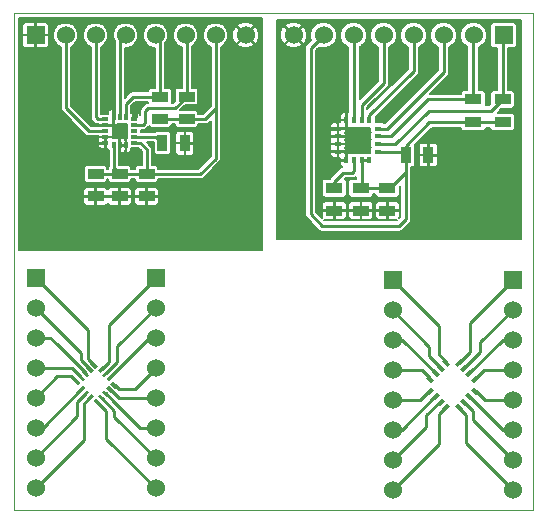
<source format=gtl>
G04 (created by PCBNEW (2013-mar-13)-testing) date Sun 09 Jun 2013 10:01:08 PM EDT*
%MOIN*%
G04 Gerber Fmt 3.4, Leading zero omitted, Abs format*
%FSLAX34Y34*%
G01*
G70*
G90*
G04 APERTURE LIST*
%ADD10C,0.005906*%
%ADD11C,0.003937*%
%ADD12R,0.055000X0.035000*%
%ADD13R,0.035000X0.055000*%
%ADD14R,0.060000X0.060000*%
%ADD15C,0.060000*%
%ADD16R,0.023622X0.011811*%
%ADD17R,0.011811X0.023622*%
%ADD18R,0.023622X0.013780*%
%ADD19R,0.013780X0.023622*%
%ADD20C,0.035000*%
%ADD21C,0.010000*%
%ADD22C,0.008000*%
G04 APERTURE END LIST*
G54D10*
G54D11*
X54566Y-55826D02*
X71870Y-55826D01*
X54566Y-39251D02*
X54566Y-55826D01*
X71870Y-39251D02*
X71870Y-55826D01*
X54566Y-39251D02*
X71870Y-39251D01*
G54D12*
X58100Y-44625D03*
X58100Y-45375D03*
X57300Y-44625D03*
X57300Y-45375D03*
X59000Y-44625D03*
X59000Y-45375D03*
G54D13*
X59525Y-43600D03*
X60275Y-43600D03*
G54D12*
X67027Y-45097D03*
X67027Y-45847D03*
G54D13*
X67636Y-43996D03*
X68386Y-43996D03*
G54D12*
X66141Y-45097D03*
X66141Y-45847D03*
X65255Y-45097D03*
X65255Y-45847D03*
G54D14*
X55300Y-40000D03*
G54D15*
X56300Y-40000D03*
X57300Y-40000D03*
X58300Y-40000D03*
X59300Y-40000D03*
X60300Y-40000D03*
X61300Y-40000D03*
X62300Y-40000D03*
G54D14*
X70898Y-40000D03*
G54D15*
X69898Y-40000D03*
X68898Y-40000D03*
X67898Y-40000D03*
X66898Y-40000D03*
X65898Y-40000D03*
X64898Y-40000D03*
X63898Y-40000D03*
G54D12*
X60334Y-42796D03*
X60334Y-42046D03*
X59448Y-42796D03*
X59448Y-42046D03*
X70866Y-42894D03*
X70866Y-42144D03*
X69881Y-42894D03*
X69881Y-42144D03*
G54D14*
X55300Y-48100D03*
G54D15*
X55300Y-49100D03*
X55300Y-50100D03*
X55300Y-51100D03*
X55300Y-52100D03*
X55300Y-53100D03*
X55300Y-54100D03*
X55300Y-55100D03*
G54D14*
X59300Y-48100D03*
G54D15*
X59300Y-49100D03*
X59300Y-50100D03*
X59300Y-51100D03*
X59300Y-52100D03*
X59300Y-53100D03*
X59300Y-54100D03*
X59300Y-55100D03*
G54D10*
G36*
X56562Y-51510D02*
X56645Y-51426D01*
X56812Y-51593D01*
X56729Y-51677D01*
X56562Y-51510D01*
X56562Y-51510D01*
G37*
G36*
X56701Y-51371D02*
X56784Y-51287D01*
X56952Y-51454D01*
X56868Y-51538D01*
X56701Y-51371D01*
X56701Y-51371D01*
G37*
G36*
X56840Y-51232D02*
X56924Y-51148D01*
X57091Y-51315D01*
X57007Y-51399D01*
X56840Y-51232D01*
X56840Y-51232D01*
G37*
G36*
X56979Y-51092D02*
X57063Y-51009D01*
X57230Y-51176D01*
X57146Y-51259D01*
X56979Y-51092D01*
X56979Y-51092D01*
G37*
G36*
X57119Y-50953D02*
X57202Y-50870D01*
X57369Y-51037D01*
X57286Y-51120D01*
X57119Y-50953D01*
X57119Y-50953D01*
G37*
G36*
X57787Y-51621D02*
X57870Y-51538D01*
X58037Y-51705D01*
X57954Y-51788D01*
X57787Y-51621D01*
X57787Y-51621D01*
G37*
G36*
X57647Y-51760D02*
X57731Y-51677D01*
X57898Y-51844D01*
X57815Y-51928D01*
X57647Y-51760D01*
X57647Y-51760D01*
G37*
G36*
X57508Y-51900D02*
X57592Y-51816D01*
X57759Y-51983D01*
X57675Y-52067D01*
X57508Y-51900D01*
X57508Y-51900D01*
G37*
G36*
X57369Y-52039D02*
X57453Y-51955D01*
X57620Y-52122D01*
X57536Y-52206D01*
X57369Y-52039D01*
X57369Y-52039D01*
G37*
G36*
X57230Y-52178D02*
X57313Y-52095D01*
X57480Y-52262D01*
X57397Y-52345D01*
X57230Y-52178D01*
X57230Y-52178D01*
G37*
G36*
X57369Y-51176D02*
X57536Y-51009D01*
X57620Y-51092D01*
X57453Y-51259D01*
X57369Y-51176D01*
X57369Y-51176D01*
G37*
G36*
X57508Y-51315D02*
X57675Y-51148D01*
X57759Y-51232D01*
X57592Y-51399D01*
X57508Y-51315D01*
X57508Y-51315D01*
G37*
G36*
X57647Y-51454D02*
X57815Y-51287D01*
X57898Y-51371D01*
X57731Y-51538D01*
X57647Y-51454D01*
X57647Y-51454D01*
G37*
G36*
X56979Y-52122D02*
X57146Y-51955D01*
X57230Y-52039D01*
X57063Y-52206D01*
X56979Y-52122D01*
X56979Y-52122D01*
G37*
G36*
X56840Y-51983D02*
X57007Y-51816D01*
X57091Y-51900D01*
X56924Y-52067D01*
X56840Y-51983D01*
X56840Y-51983D01*
G37*
G36*
X56701Y-51844D02*
X56868Y-51677D01*
X56952Y-51760D01*
X56784Y-51928D01*
X56701Y-51844D01*
X56701Y-51844D01*
G37*
G54D16*
X58572Y-42806D03*
X58572Y-43003D03*
X58572Y-43200D03*
X58572Y-43396D03*
X58572Y-43593D03*
X57627Y-43593D03*
X57627Y-43396D03*
X57627Y-43200D03*
X57627Y-43003D03*
X57627Y-42806D03*
G54D17*
X58296Y-43672D03*
X58100Y-43672D03*
X57903Y-43672D03*
X57903Y-42727D03*
X58100Y-42727D03*
X58296Y-42727D03*
G54D18*
X66712Y-43120D03*
X66712Y-43375D03*
X66712Y-43631D03*
X66712Y-43887D03*
G54D19*
X66427Y-44173D03*
X66171Y-44173D03*
X65915Y-44173D03*
X65659Y-44173D03*
G54D18*
X65374Y-43887D03*
X65374Y-43631D03*
X65374Y-43375D03*
X65374Y-43120D03*
G54D19*
X65659Y-42834D03*
X65915Y-42834D03*
X66171Y-42834D03*
X66427Y-42834D03*
G54D14*
X67196Y-48157D03*
G54D15*
X67196Y-49157D03*
X67196Y-50157D03*
X67196Y-51157D03*
X67196Y-52157D03*
X67196Y-53157D03*
X67196Y-54157D03*
X67196Y-55157D03*
G54D14*
X71196Y-48157D03*
G54D15*
X71196Y-49157D03*
X71196Y-50157D03*
X71196Y-51157D03*
X71196Y-52157D03*
X71196Y-53157D03*
X71196Y-54157D03*
X71196Y-55157D03*
G54D10*
G36*
X68319Y-51420D02*
X68417Y-51323D01*
X68584Y-51490D01*
X68486Y-51587D01*
X68319Y-51420D01*
X68319Y-51420D01*
G37*
G36*
X68500Y-51239D02*
X68598Y-51142D01*
X68765Y-51309D01*
X68667Y-51406D01*
X68500Y-51239D01*
X68500Y-51239D01*
G37*
G36*
X68681Y-51058D02*
X68779Y-50961D01*
X68946Y-51128D01*
X68848Y-51225D01*
X68681Y-51058D01*
X68681Y-51058D01*
G37*
G36*
X68862Y-50877D02*
X68960Y-50780D01*
X69127Y-50947D01*
X69029Y-51045D01*
X68862Y-50877D01*
X68862Y-50877D01*
G37*
G36*
X69266Y-50947D02*
X69433Y-50780D01*
X69530Y-50877D01*
X69363Y-51045D01*
X69266Y-50947D01*
X69266Y-50947D01*
G37*
G36*
X69447Y-51128D02*
X69614Y-50961D01*
X69711Y-51058D01*
X69544Y-51225D01*
X69447Y-51128D01*
X69447Y-51128D01*
G37*
G36*
X69628Y-51309D02*
X69795Y-51142D01*
X69892Y-51239D01*
X69725Y-51406D01*
X69628Y-51309D01*
X69628Y-51309D01*
G37*
G36*
X69809Y-51490D02*
X69976Y-51323D01*
X70073Y-51420D01*
X69906Y-51587D01*
X69809Y-51490D01*
X69809Y-51490D01*
G37*
G36*
X69809Y-51824D02*
X69906Y-51727D01*
X70073Y-51894D01*
X69976Y-51991D01*
X69809Y-51824D01*
X69809Y-51824D01*
G37*
G36*
X69628Y-52005D02*
X69725Y-51908D01*
X69892Y-52075D01*
X69795Y-52172D01*
X69628Y-52005D01*
X69628Y-52005D01*
G37*
G36*
X69447Y-52186D02*
X69544Y-52088D01*
X69711Y-52256D01*
X69614Y-52353D01*
X69447Y-52186D01*
X69447Y-52186D01*
G37*
G36*
X69266Y-52367D02*
X69363Y-52269D01*
X69530Y-52436D01*
X69433Y-52534D01*
X69266Y-52367D01*
X69266Y-52367D01*
G37*
G36*
X68862Y-52436D02*
X69029Y-52269D01*
X69127Y-52367D01*
X68960Y-52534D01*
X68862Y-52436D01*
X68862Y-52436D01*
G37*
G36*
X68681Y-52256D02*
X68848Y-52088D01*
X68946Y-52186D01*
X68779Y-52353D01*
X68681Y-52256D01*
X68681Y-52256D01*
G37*
G36*
X68500Y-52075D02*
X68667Y-51908D01*
X68765Y-52005D01*
X68598Y-52172D01*
X68500Y-52075D01*
X68500Y-52075D01*
G37*
G36*
X68319Y-51894D02*
X68486Y-51727D01*
X68584Y-51824D01*
X68417Y-51991D01*
X68319Y-51894D01*
X68319Y-51894D01*
G37*
G54D20*
X56988Y-43700D03*
X58661Y-42421D03*
X60826Y-43700D03*
X57677Y-42224D03*
X68996Y-44192D03*
X64960Y-43110D03*
G54D21*
X58572Y-43396D02*
X59321Y-43396D01*
X59321Y-43396D02*
X59525Y-43600D01*
X57627Y-43593D02*
X57095Y-43593D01*
X57095Y-43593D02*
X56988Y-43700D01*
X58572Y-42806D02*
X58572Y-42805D01*
X58661Y-42716D02*
X58661Y-42421D01*
X58572Y-42805D02*
X58661Y-42716D01*
X60275Y-43600D02*
X60725Y-43600D01*
X60725Y-43600D02*
X60826Y-43700D01*
X57903Y-42727D02*
X57903Y-42450D01*
X57903Y-42450D02*
X57677Y-42224D01*
X57627Y-43200D02*
X57077Y-43200D01*
X56300Y-42422D02*
X56300Y-40000D01*
X57077Y-43200D02*
X56300Y-42422D01*
X56275Y-40025D02*
X56300Y-40000D01*
X57627Y-42806D02*
X57373Y-42806D01*
X57300Y-42733D02*
X57300Y-40000D01*
X57373Y-42806D02*
X57300Y-42733D01*
X58100Y-42727D02*
X58100Y-40200D01*
X58100Y-40200D02*
X58300Y-40000D01*
X60334Y-42046D02*
X60334Y-40034D01*
X60334Y-40034D02*
X60300Y-40000D01*
X58572Y-43003D02*
X58866Y-43003D01*
X59959Y-42421D02*
X60334Y-42046D01*
X59055Y-42421D02*
X59959Y-42421D01*
X58956Y-42519D02*
X59055Y-42421D01*
X58956Y-42913D02*
X58956Y-42519D01*
X58866Y-43003D02*
X58956Y-42913D01*
X59448Y-42046D02*
X59448Y-40148D01*
X59448Y-40148D02*
X59300Y-40000D01*
X58296Y-42727D02*
X58296Y-42293D01*
X58544Y-42046D02*
X59448Y-42046D01*
X58296Y-42293D02*
X58544Y-42046D01*
X60334Y-42796D02*
X59448Y-42796D01*
X60334Y-42796D02*
X60943Y-42796D01*
X60943Y-42796D02*
X61300Y-42440D01*
X59000Y-44625D02*
X60788Y-44625D01*
X61300Y-44113D02*
X61300Y-42440D01*
X60788Y-44625D02*
X61300Y-44113D01*
X61300Y-40000D02*
X61300Y-42440D01*
X58100Y-44625D02*
X59000Y-44625D01*
X58572Y-43593D02*
X58793Y-43593D01*
X58793Y-43593D02*
X59000Y-43800D01*
X59000Y-43800D02*
X59000Y-44625D01*
X57300Y-44625D02*
X58100Y-44625D01*
X57903Y-43672D02*
X57903Y-44428D01*
X57903Y-44428D02*
X58100Y-44625D01*
X66427Y-42834D02*
X66427Y-42671D01*
X67898Y-41200D02*
X67898Y-40000D01*
X66427Y-42671D02*
X67898Y-41200D01*
X68386Y-43996D02*
X68799Y-43996D01*
X68799Y-43996D02*
X68996Y-44192D01*
X65374Y-43120D02*
X64970Y-43120D01*
X64970Y-43120D02*
X64960Y-43110D01*
X65915Y-42834D02*
X65915Y-40016D01*
X65915Y-40016D02*
X65898Y-40000D01*
X66171Y-42834D02*
X66171Y-42327D01*
X66898Y-41600D02*
X66898Y-40000D01*
X66171Y-42327D02*
X66898Y-41600D01*
X66712Y-43631D02*
X67293Y-43631D01*
X70491Y-42519D02*
X70866Y-42144D01*
X68405Y-42519D02*
X70491Y-42519D01*
X67293Y-43631D02*
X68405Y-42519D01*
X70866Y-42144D02*
X70866Y-40032D01*
X70866Y-40032D02*
X70898Y-40000D01*
X66712Y-43375D02*
X67155Y-43375D01*
X68386Y-42144D02*
X69881Y-42144D01*
X67155Y-43375D02*
X68386Y-42144D01*
X69881Y-42144D02*
X69881Y-40016D01*
X69881Y-40016D02*
X69898Y-40000D01*
X66712Y-43120D02*
X67017Y-43120D01*
X68898Y-41239D02*
X68898Y-40000D01*
X67017Y-43120D02*
X68898Y-41239D01*
X67636Y-44567D02*
X67636Y-46142D01*
X64468Y-40429D02*
X64898Y-40000D01*
X64468Y-45964D02*
X64468Y-40429D01*
X64862Y-46358D02*
X64468Y-45964D01*
X67421Y-46358D02*
X64862Y-46358D01*
X67636Y-46142D02*
X67421Y-46358D01*
X69881Y-42894D02*
X70866Y-42894D01*
X69881Y-42894D02*
X68424Y-42894D01*
X67636Y-43682D02*
X67636Y-43996D01*
X68424Y-42894D02*
X67636Y-43682D01*
X67027Y-45097D02*
X67107Y-45097D01*
X67636Y-44567D02*
X67636Y-43996D01*
X67107Y-45097D02*
X67636Y-44567D01*
X66712Y-43887D02*
X67528Y-43887D01*
X67528Y-43887D02*
X67636Y-43996D01*
X67027Y-45097D02*
X66141Y-45097D01*
X66171Y-44173D02*
X66427Y-44173D01*
X66171Y-44173D02*
X66171Y-45067D01*
X66171Y-45067D02*
X66141Y-45097D01*
X57244Y-50995D02*
X57238Y-50995D01*
X57044Y-49844D02*
X55300Y-48100D01*
X57044Y-50800D02*
X57044Y-49844D01*
X57238Y-50995D02*
X57044Y-50800D01*
X57494Y-52081D02*
X57497Y-52081D01*
X57929Y-52729D02*
X59300Y-54100D01*
X57929Y-52513D02*
X57929Y-52729D01*
X57497Y-52081D02*
X57929Y-52513D01*
X57634Y-51941D02*
X57929Y-52237D01*
X59284Y-53084D02*
X59300Y-53100D01*
X58776Y-53084D02*
X59284Y-53084D01*
X58638Y-52946D02*
X58776Y-53084D01*
X57929Y-52237D02*
X58638Y-52946D01*
X57773Y-51802D02*
X57773Y-51805D01*
X58067Y-52100D02*
X59300Y-52100D01*
X57773Y-51805D02*
X58067Y-52100D01*
X57912Y-51663D02*
X57946Y-51663D01*
X58614Y-51785D02*
X59300Y-51100D01*
X58067Y-51785D02*
X58614Y-51785D01*
X57946Y-51663D02*
X58067Y-51785D01*
X57773Y-51413D02*
X57773Y-51410D01*
X59083Y-50100D02*
X59300Y-50100D01*
X57773Y-51410D02*
X59083Y-50100D01*
X57634Y-51273D02*
X58028Y-50879D01*
X58028Y-50371D02*
X59300Y-49100D01*
X58028Y-50879D02*
X58028Y-50371D01*
X57494Y-51134D02*
X57497Y-51134D01*
X57733Y-49666D02*
X59300Y-48100D01*
X57733Y-50899D02*
X57733Y-49666D01*
X57497Y-51134D02*
X57733Y-50899D01*
X57105Y-51134D02*
X57102Y-51134D01*
X56807Y-50607D02*
X55300Y-49100D01*
X56807Y-50840D02*
X56807Y-50607D01*
X57102Y-51134D02*
X56807Y-50840D01*
X56965Y-51273D02*
X56532Y-50840D01*
X55311Y-50111D02*
X55300Y-50100D01*
X55803Y-50111D02*
X55311Y-50111D01*
X55843Y-50151D02*
X55803Y-50111D01*
X56000Y-50308D02*
X55843Y-50151D01*
X56532Y-50840D02*
X56000Y-50308D01*
X56826Y-51413D02*
X56826Y-51410D01*
X56516Y-51100D02*
X55300Y-51100D01*
X56826Y-51410D02*
X56516Y-51100D01*
X56687Y-51552D02*
X56673Y-51552D01*
X56028Y-51371D02*
X55300Y-52100D01*
X56492Y-51371D02*
X56028Y-51371D01*
X56673Y-51552D02*
X56492Y-51371D01*
X56826Y-51802D02*
X56826Y-51805D01*
X55532Y-53100D02*
X55300Y-53100D01*
X56826Y-51805D02*
X55532Y-53100D01*
X56965Y-51941D02*
X56689Y-52218D01*
X56689Y-52710D02*
X55300Y-54100D01*
X56689Y-52218D02*
X56689Y-52710D01*
X57105Y-52081D02*
X57102Y-52081D01*
X56906Y-53493D02*
X55300Y-55100D01*
X56906Y-52277D02*
X56906Y-53493D01*
X57102Y-52081D02*
X56906Y-52277D01*
X57355Y-52220D02*
X57361Y-52220D01*
X57654Y-53454D02*
X59300Y-55100D01*
X57654Y-52513D02*
X57654Y-53454D01*
X57361Y-52220D02*
X57654Y-52513D01*
X69760Y-51274D02*
X69760Y-51263D01*
X70866Y-50157D02*
X71196Y-50157D01*
X69760Y-51263D02*
X70866Y-50157D01*
X69941Y-51455D02*
X69961Y-51455D01*
X70259Y-51157D02*
X71196Y-51157D01*
X69961Y-51455D02*
X70259Y-51157D01*
X69941Y-51859D02*
X69969Y-51859D01*
X70267Y-52157D02*
X71196Y-52157D01*
X69969Y-51859D02*
X70267Y-52157D01*
X69760Y-52040D02*
X69760Y-52044D01*
X70874Y-53157D02*
X71196Y-53157D01*
X69760Y-52044D02*
X70874Y-53157D01*
X69579Y-52221D02*
X69583Y-52221D01*
X69881Y-52842D02*
X71196Y-54157D01*
X69881Y-52519D02*
X69881Y-52842D01*
X69583Y-52221D02*
X69881Y-52519D01*
X69398Y-52402D02*
X69398Y-52430D01*
X69645Y-53606D02*
X71196Y-55157D01*
X69645Y-52677D02*
X69645Y-53606D01*
X69398Y-52430D02*
X69645Y-52677D01*
X68814Y-52221D02*
X68763Y-52221D01*
X68307Y-53047D02*
X67196Y-54157D01*
X68307Y-52677D02*
X68307Y-53047D01*
X68763Y-52221D02*
X68307Y-52677D01*
X68995Y-52402D02*
X68975Y-52402D01*
X68740Y-53614D02*
X67196Y-55157D01*
X68740Y-52637D02*
X68740Y-53614D01*
X68975Y-52402D02*
X68740Y-52637D01*
X68633Y-52040D02*
X68629Y-52040D01*
X67511Y-53157D02*
X67196Y-53157D01*
X68629Y-52040D02*
X67511Y-53157D01*
X68452Y-51455D02*
X68452Y-51444D01*
X68165Y-51157D02*
X67196Y-51157D01*
X68452Y-51444D02*
X68165Y-51157D01*
X68633Y-51274D02*
X68633Y-51270D01*
X67519Y-50157D02*
X67196Y-50157D01*
X68633Y-51270D02*
X67519Y-50157D01*
X65915Y-44173D02*
X65915Y-44517D01*
X65255Y-44881D02*
X65255Y-45097D01*
X65551Y-44586D02*
X65255Y-44881D01*
X65846Y-44586D02*
X65551Y-44586D01*
X65915Y-44517D02*
X65846Y-44586D01*
X68814Y-51093D02*
X68810Y-51093D01*
X68425Y-50385D02*
X67196Y-49157D01*
X68425Y-50708D02*
X68425Y-50385D01*
X68810Y-51093D02*
X68425Y-50708D01*
X68995Y-50912D02*
X68995Y-50884D01*
X68740Y-49700D02*
X67196Y-48157D01*
X68740Y-50629D02*
X68740Y-49700D01*
X68995Y-50884D02*
X68740Y-50629D01*
X68452Y-51859D02*
X68416Y-51859D01*
X68118Y-52157D02*
X67196Y-52157D01*
X68416Y-51859D02*
X68118Y-52157D01*
X69398Y-50912D02*
X69402Y-50912D01*
X69763Y-49590D02*
X71196Y-48157D01*
X69763Y-50551D02*
X69763Y-49590D01*
X69402Y-50912D02*
X69763Y-50551D01*
X69579Y-51093D02*
X69579Y-51089D01*
X70118Y-50236D02*
X71196Y-49157D01*
X70118Y-50551D02*
X70118Y-50236D01*
X69579Y-51089D02*
X70118Y-50551D01*
G54D10*
G36*
X59056Y-42251D02*
X59055Y-42251D01*
X58990Y-42264D01*
X58934Y-42301D01*
X58934Y-42301D01*
X58836Y-42399D01*
X58799Y-42454D01*
X58786Y-42519D01*
X58786Y-42645D01*
X58769Y-42628D01*
X58718Y-42607D01*
X58617Y-42607D01*
X58582Y-42642D01*
X58582Y-42796D01*
X58590Y-42796D01*
X58590Y-42816D01*
X58582Y-42816D01*
X58582Y-42824D01*
X58562Y-42824D01*
X58562Y-42816D01*
X58554Y-42816D01*
X58554Y-42796D01*
X58562Y-42796D01*
X58562Y-42642D01*
X58527Y-42607D01*
X58475Y-42607D01*
X58475Y-42585D01*
X58466Y-42563D01*
X58466Y-42364D01*
X58614Y-42216D01*
X59053Y-42216D01*
X59053Y-42245D01*
X59056Y-42251D01*
X59056Y-42251D01*
G37*
G54D22*
X59056Y-42251D02*
X59055Y-42251D01*
X58990Y-42264D01*
X58934Y-42301D01*
X58934Y-42301D01*
X58836Y-42399D01*
X58799Y-42454D01*
X58786Y-42519D01*
X58786Y-42645D01*
X58769Y-42628D01*
X58718Y-42607D01*
X58617Y-42607D01*
X58582Y-42642D01*
X58582Y-42796D01*
X58590Y-42796D01*
X58590Y-42816D01*
X58582Y-42816D01*
X58582Y-42824D01*
X58562Y-42824D01*
X58562Y-42816D01*
X58554Y-42816D01*
X58554Y-42796D01*
X58562Y-42796D01*
X58562Y-42642D01*
X58527Y-42607D01*
X58475Y-42607D01*
X58475Y-42585D01*
X58466Y-42563D01*
X58466Y-42364D01*
X58614Y-42216D01*
X59053Y-42216D01*
X59053Y-42245D01*
X59056Y-42251D01*
G54D10*
G36*
X61130Y-44042D02*
X60717Y-44455D01*
X60590Y-44455D01*
X60590Y-43902D01*
X60590Y-43847D01*
X60590Y-43645D01*
X60590Y-43555D01*
X60590Y-43352D01*
X60590Y-43297D01*
X60568Y-43245D01*
X60529Y-43206D01*
X60477Y-43185D01*
X60320Y-43185D01*
X60285Y-43220D01*
X60285Y-43590D01*
X60555Y-43590D01*
X60590Y-43555D01*
X60590Y-43645D01*
X60555Y-43610D01*
X60285Y-43610D01*
X60285Y-43980D01*
X60320Y-44015D01*
X60477Y-44015D01*
X60529Y-43993D01*
X60568Y-43954D01*
X60590Y-43902D01*
X60590Y-44455D01*
X60265Y-44455D01*
X60265Y-43980D01*
X60265Y-43610D01*
X60265Y-43590D01*
X60265Y-43220D01*
X60230Y-43185D01*
X60072Y-43185D01*
X60020Y-43206D01*
X59981Y-43245D01*
X59960Y-43297D01*
X59960Y-43352D01*
X59960Y-43555D01*
X59995Y-43590D01*
X60265Y-43590D01*
X60265Y-43610D01*
X59995Y-43610D01*
X59960Y-43645D01*
X59960Y-43847D01*
X59960Y-43902D01*
X59981Y-43954D01*
X60020Y-43993D01*
X60072Y-44015D01*
X60230Y-44015D01*
X60265Y-43980D01*
X60265Y-44455D01*
X59395Y-44455D01*
X59395Y-44426D01*
X59376Y-44382D01*
X59342Y-44348D01*
X59298Y-44330D01*
X59251Y-44330D01*
X59170Y-44330D01*
X59170Y-43800D01*
X59157Y-43734D01*
X59157Y-43734D01*
X59120Y-43679D01*
X59007Y-43566D01*
X59230Y-43566D01*
X59230Y-43898D01*
X59248Y-43942D01*
X59282Y-43976D01*
X59326Y-43995D01*
X59373Y-43995D01*
X59723Y-43995D01*
X59767Y-43976D01*
X59801Y-43942D01*
X59820Y-43898D01*
X59820Y-43851D01*
X59820Y-43301D01*
X59801Y-43257D01*
X59767Y-43223D01*
X59723Y-43205D01*
X59676Y-43205D01*
X59326Y-43205D01*
X59282Y-43223D01*
X59278Y-43226D01*
X58810Y-43226D01*
X58810Y-43173D01*
X58866Y-43173D01*
X58931Y-43160D01*
X58931Y-43160D01*
X58987Y-43123D01*
X59071Y-43038D01*
X59072Y-43039D01*
X59105Y-43072D01*
X59149Y-43091D01*
X59197Y-43091D01*
X59747Y-43091D01*
X59791Y-43072D01*
X59825Y-43039D01*
X59843Y-42995D01*
X59843Y-42966D01*
X59939Y-42966D01*
X59939Y-42995D01*
X59957Y-43039D01*
X59991Y-43072D01*
X60035Y-43091D01*
X60083Y-43091D01*
X60633Y-43091D01*
X60677Y-43072D01*
X60711Y-43039D01*
X60729Y-42995D01*
X60729Y-42966D01*
X60943Y-42966D01*
X61008Y-42953D01*
X61008Y-42953D01*
X61064Y-42916D01*
X61130Y-42850D01*
X61130Y-44042D01*
X61130Y-44042D01*
G37*
G54D22*
X61130Y-44042D02*
X60717Y-44455D01*
X60590Y-44455D01*
X60590Y-43902D01*
X60590Y-43847D01*
X60590Y-43645D01*
X60590Y-43555D01*
X60590Y-43352D01*
X60590Y-43297D01*
X60568Y-43245D01*
X60529Y-43206D01*
X60477Y-43185D01*
X60320Y-43185D01*
X60285Y-43220D01*
X60285Y-43590D01*
X60555Y-43590D01*
X60590Y-43555D01*
X60590Y-43645D01*
X60555Y-43610D01*
X60285Y-43610D01*
X60285Y-43980D01*
X60320Y-44015D01*
X60477Y-44015D01*
X60529Y-43993D01*
X60568Y-43954D01*
X60590Y-43902D01*
X60590Y-44455D01*
X60265Y-44455D01*
X60265Y-43980D01*
X60265Y-43610D01*
X60265Y-43590D01*
X60265Y-43220D01*
X60230Y-43185D01*
X60072Y-43185D01*
X60020Y-43206D01*
X59981Y-43245D01*
X59960Y-43297D01*
X59960Y-43352D01*
X59960Y-43555D01*
X59995Y-43590D01*
X60265Y-43590D01*
X60265Y-43610D01*
X59995Y-43610D01*
X59960Y-43645D01*
X59960Y-43847D01*
X59960Y-43902D01*
X59981Y-43954D01*
X60020Y-43993D01*
X60072Y-44015D01*
X60230Y-44015D01*
X60265Y-43980D01*
X60265Y-44455D01*
X59395Y-44455D01*
X59395Y-44426D01*
X59376Y-44382D01*
X59342Y-44348D01*
X59298Y-44330D01*
X59251Y-44330D01*
X59170Y-44330D01*
X59170Y-43800D01*
X59157Y-43734D01*
X59157Y-43734D01*
X59120Y-43679D01*
X59007Y-43566D01*
X59230Y-43566D01*
X59230Y-43898D01*
X59248Y-43942D01*
X59282Y-43976D01*
X59326Y-43995D01*
X59373Y-43995D01*
X59723Y-43995D01*
X59767Y-43976D01*
X59801Y-43942D01*
X59820Y-43898D01*
X59820Y-43851D01*
X59820Y-43301D01*
X59801Y-43257D01*
X59767Y-43223D01*
X59723Y-43205D01*
X59676Y-43205D01*
X59326Y-43205D01*
X59282Y-43223D01*
X59278Y-43226D01*
X58810Y-43226D01*
X58810Y-43173D01*
X58866Y-43173D01*
X58931Y-43160D01*
X58931Y-43160D01*
X58987Y-43123D01*
X59071Y-43038D01*
X59072Y-43039D01*
X59105Y-43072D01*
X59149Y-43091D01*
X59197Y-43091D01*
X59747Y-43091D01*
X59791Y-43072D01*
X59825Y-43039D01*
X59843Y-42995D01*
X59843Y-42966D01*
X59939Y-42966D01*
X59939Y-42995D01*
X59957Y-43039D01*
X59991Y-43072D01*
X60035Y-43091D01*
X60083Y-43091D01*
X60633Y-43091D01*
X60677Y-43072D01*
X60711Y-43039D01*
X60729Y-42995D01*
X60729Y-42966D01*
X60943Y-42966D01*
X61008Y-42953D01*
X61008Y-42953D01*
X61064Y-42916D01*
X61130Y-42850D01*
X61130Y-44042D01*
G54D10*
G36*
X62860Y-47160D02*
X62741Y-47160D01*
X62741Y-39919D01*
X62677Y-39757D01*
X62668Y-39744D01*
X62599Y-39714D01*
X62585Y-39728D01*
X62585Y-39700D01*
X62555Y-39631D01*
X62394Y-39561D01*
X62219Y-39558D01*
X62057Y-39622D01*
X62044Y-39631D01*
X62014Y-39700D01*
X62300Y-39985D01*
X62585Y-39700D01*
X62585Y-39728D01*
X62314Y-40000D01*
X62599Y-40285D01*
X62668Y-40255D01*
X62738Y-40094D01*
X62741Y-39919D01*
X62741Y-47160D01*
X62585Y-47160D01*
X62585Y-40299D01*
X62300Y-40014D01*
X62285Y-40028D01*
X62285Y-40000D01*
X62000Y-39714D01*
X61931Y-39744D01*
X61861Y-39905D01*
X61858Y-40080D01*
X61922Y-40242D01*
X61931Y-40255D01*
X62000Y-40285D01*
X62285Y-40000D01*
X62285Y-40028D01*
X62014Y-40299D01*
X62044Y-40368D01*
X62205Y-40438D01*
X62380Y-40441D01*
X62542Y-40377D01*
X62555Y-40368D01*
X62585Y-40299D01*
X62585Y-47160D01*
X61720Y-47160D01*
X61720Y-39916D01*
X61656Y-39762D01*
X61538Y-39644D01*
X61383Y-39580D01*
X61216Y-39579D01*
X61062Y-39643D01*
X60944Y-39761D01*
X60880Y-39916D01*
X60879Y-40083D01*
X60943Y-40237D01*
X61061Y-40355D01*
X61130Y-40384D01*
X61130Y-42369D01*
X60873Y-42626D01*
X60729Y-42626D01*
X60729Y-42597D01*
X60711Y-42553D01*
X60677Y-42519D01*
X60633Y-42501D01*
X60585Y-42501D01*
X60120Y-42501D01*
X60280Y-42341D01*
X60633Y-42341D01*
X60677Y-42322D01*
X60711Y-42289D01*
X60729Y-42245D01*
X60729Y-42197D01*
X60729Y-41847D01*
X60711Y-41803D01*
X60677Y-41769D01*
X60633Y-41751D01*
X60585Y-41751D01*
X60504Y-41751D01*
X60504Y-40369D01*
X60537Y-40356D01*
X60655Y-40238D01*
X60719Y-40083D01*
X60720Y-39916D01*
X60656Y-39762D01*
X60538Y-39644D01*
X60383Y-39580D01*
X60216Y-39579D01*
X60062Y-39643D01*
X59944Y-39761D01*
X59880Y-39916D01*
X59879Y-40083D01*
X59943Y-40237D01*
X60061Y-40355D01*
X60164Y-40398D01*
X60164Y-41751D01*
X60035Y-41751D01*
X59991Y-41769D01*
X59957Y-41803D01*
X59939Y-41847D01*
X59939Y-41895D01*
X59939Y-42200D01*
X59889Y-42251D01*
X59841Y-42251D01*
X59843Y-42245D01*
X59843Y-42197D01*
X59843Y-41847D01*
X59825Y-41803D01*
X59791Y-41769D01*
X59747Y-41751D01*
X59699Y-41751D01*
X59618Y-41751D01*
X59618Y-40275D01*
X59655Y-40238D01*
X59719Y-40083D01*
X59720Y-39916D01*
X59656Y-39762D01*
X59538Y-39644D01*
X59383Y-39580D01*
X59216Y-39579D01*
X59062Y-39643D01*
X58944Y-39761D01*
X58880Y-39916D01*
X58879Y-40083D01*
X58943Y-40237D01*
X59061Y-40355D01*
X59216Y-40419D01*
X59278Y-40419D01*
X59278Y-41751D01*
X59149Y-41751D01*
X59105Y-41769D01*
X59072Y-41803D01*
X59053Y-41847D01*
X59053Y-41876D01*
X58544Y-41876D01*
X58479Y-41889D01*
X58424Y-41926D01*
X58270Y-42080D01*
X58270Y-40419D01*
X58383Y-40420D01*
X58537Y-40356D01*
X58655Y-40238D01*
X58719Y-40083D01*
X58720Y-39916D01*
X58656Y-39762D01*
X58538Y-39644D01*
X58383Y-39580D01*
X58216Y-39579D01*
X58062Y-39643D01*
X57944Y-39761D01*
X57880Y-39916D01*
X57879Y-40083D01*
X57930Y-40204D01*
X57930Y-42487D01*
X57913Y-42504D01*
X57913Y-42717D01*
X57920Y-42717D01*
X57920Y-42737D01*
X57913Y-42737D01*
X57913Y-42950D01*
X57948Y-42985D01*
X57990Y-42985D01*
X58038Y-42965D01*
X58064Y-42965D01*
X58182Y-42965D01*
X58198Y-42959D01*
X58213Y-42965D01*
X58261Y-42965D01*
X58334Y-42965D01*
X58334Y-42967D01*
X58334Y-43086D01*
X58340Y-43101D01*
X58334Y-43117D01*
X58334Y-43164D01*
X58334Y-43282D01*
X58340Y-43298D01*
X58334Y-43313D01*
X58334Y-43361D01*
X58334Y-43421D01*
X58306Y-43449D01*
X58306Y-43662D01*
X58314Y-43662D01*
X58314Y-43682D01*
X58306Y-43682D01*
X58306Y-43895D01*
X58341Y-43930D01*
X58383Y-43930D01*
X58435Y-43909D01*
X58474Y-43869D01*
X58495Y-43818D01*
X58495Y-43772D01*
X58714Y-43772D01*
X58727Y-43767D01*
X58830Y-43870D01*
X58830Y-44330D01*
X58701Y-44330D01*
X58657Y-44348D01*
X58623Y-44382D01*
X58605Y-44426D01*
X58605Y-44455D01*
X58495Y-44455D01*
X58495Y-44426D01*
X58476Y-44382D01*
X58442Y-44348D01*
X58398Y-44330D01*
X58351Y-44330D01*
X58299Y-44330D01*
X58299Y-43818D01*
X58299Y-43762D01*
X58299Y-43717D01*
X58299Y-43627D01*
X58299Y-43582D01*
X58299Y-43526D01*
X58286Y-43497D01*
X58286Y-43449D01*
X58251Y-43414D01*
X58209Y-43414D01*
X58198Y-43419D01*
X58186Y-43414D01*
X58145Y-43414D01*
X58110Y-43449D01*
X58110Y-43497D01*
X58097Y-43526D01*
X58097Y-43582D01*
X58097Y-43627D01*
X58110Y-43639D01*
X58110Y-43662D01*
X58132Y-43662D01*
X58264Y-43662D01*
X58286Y-43662D01*
X58286Y-43639D01*
X58299Y-43627D01*
X58299Y-43717D01*
X58286Y-43705D01*
X58286Y-43682D01*
X58264Y-43682D01*
X58132Y-43682D01*
X58110Y-43682D01*
X58110Y-43705D01*
X58097Y-43717D01*
X58097Y-43762D01*
X58097Y-43818D01*
X58110Y-43847D01*
X58110Y-43895D01*
X58145Y-43930D01*
X58186Y-43930D01*
X58198Y-43925D01*
X58209Y-43930D01*
X58251Y-43930D01*
X58286Y-43895D01*
X58286Y-43847D01*
X58299Y-43818D01*
X58299Y-44330D01*
X58073Y-44330D01*
X58073Y-43912D01*
X58090Y-43895D01*
X58090Y-43682D01*
X58082Y-43682D01*
X58082Y-43662D01*
X58090Y-43662D01*
X58090Y-43449D01*
X58055Y-43414D01*
X58013Y-43414D01*
X57964Y-43434D01*
X57938Y-43434D01*
X57893Y-43434D01*
X57893Y-42950D01*
X57893Y-42737D01*
X57885Y-42737D01*
X57885Y-42717D01*
X57893Y-42717D01*
X57893Y-42504D01*
X57858Y-42469D01*
X57816Y-42469D01*
X57764Y-42490D01*
X57725Y-42530D01*
X57704Y-42581D01*
X57704Y-42627D01*
X57485Y-42627D01*
X57470Y-42633D01*
X57470Y-40384D01*
X57537Y-40356D01*
X57655Y-40238D01*
X57719Y-40083D01*
X57720Y-39916D01*
X57656Y-39762D01*
X57538Y-39644D01*
X57383Y-39580D01*
X57216Y-39579D01*
X57062Y-39643D01*
X56944Y-39761D01*
X56880Y-39916D01*
X56879Y-40083D01*
X56943Y-40237D01*
X57061Y-40355D01*
X57130Y-40384D01*
X57130Y-42733D01*
X57142Y-42798D01*
X57179Y-42853D01*
X57253Y-42926D01*
X57308Y-42963D01*
X57308Y-42963D01*
X57318Y-42965D01*
X57373Y-42976D01*
X57373Y-42976D01*
X57373Y-42976D01*
X57387Y-42976D01*
X57404Y-42993D01*
X57617Y-42993D01*
X57617Y-42985D01*
X57637Y-42985D01*
X57637Y-42993D01*
X57850Y-42993D01*
X57858Y-42985D01*
X57885Y-42958D01*
X57893Y-42950D01*
X57893Y-43434D01*
X57885Y-43434D01*
X57885Y-43351D01*
X57885Y-43309D01*
X57865Y-43261D01*
X57865Y-43235D01*
X57865Y-43138D01*
X57885Y-43090D01*
X57885Y-43048D01*
X57850Y-43013D01*
X57637Y-43013D01*
X57637Y-43020D01*
X57617Y-43020D01*
X57617Y-43013D01*
X57404Y-43013D01*
X57387Y-43030D01*
X57148Y-43030D01*
X56470Y-42351D01*
X56470Y-40384D01*
X56537Y-40356D01*
X56655Y-40238D01*
X56719Y-40083D01*
X56720Y-39916D01*
X56656Y-39762D01*
X56538Y-39644D01*
X56383Y-39580D01*
X56216Y-39579D01*
X56062Y-39643D01*
X55944Y-39761D01*
X55880Y-39916D01*
X55879Y-40083D01*
X55943Y-40237D01*
X56061Y-40355D01*
X56130Y-40384D01*
X56130Y-42422D01*
X56142Y-42487D01*
X56179Y-42542D01*
X56957Y-43320D01*
X57012Y-43357D01*
X57012Y-43357D01*
X57077Y-43370D01*
X57387Y-43370D01*
X57404Y-43386D01*
X57617Y-43386D01*
X57617Y-43379D01*
X57637Y-43379D01*
X57637Y-43386D01*
X57850Y-43386D01*
X57885Y-43351D01*
X57885Y-43434D01*
X57878Y-43434D01*
X57850Y-43406D01*
X57802Y-43406D01*
X57773Y-43394D01*
X57672Y-43394D01*
X57660Y-43406D01*
X57637Y-43406D01*
X57637Y-43429D01*
X57637Y-43560D01*
X57637Y-43583D01*
X57645Y-43583D01*
X57645Y-43603D01*
X57637Y-43603D01*
X57637Y-43757D01*
X57672Y-43792D01*
X57724Y-43792D01*
X57724Y-43814D01*
X57733Y-43836D01*
X57733Y-44372D01*
X57723Y-44382D01*
X57705Y-44426D01*
X57705Y-44455D01*
X57695Y-44455D01*
X57695Y-44426D01*
X57676Y-44382D01*
X57642Y-44348D01*
X57617Y-44337D01*
X57617Y-43757D01*
X57617Y-43603D01*
X57617Y-43583D01*
X57617Y-43560D01*
X57617Y-43429D01*
X57617Y-43406D01*
X57594Y-43406D01*
X57582Y-43394D01*
X57481Y-43394D01*
X57452Y-43406D01*
X57404Y-43406D01*
X57369Y-43441D01*
X57369Y-43483D01*
X57374Y-43495D01*
X57369Y-43506D01*
X57369Y-43548D01*
X57404Y-43583D01*
X57452Y-43583D01*
X57481Y-43595D01*
X57582Y-43595D01*
X57594Y-43583D01*
X57617Y-43583D01*
X57617Y-43603D01*
X57404Y-43603D01*
X57369Y-43638D01*
X57369Y-43680D01*
X57390Y-43732D01*
X57430Y-43771D01*
X57481Y-43792D01*
X57582Y-43792D01*
X57617Y-43757D01*
X57617Y-44337D01*
X57598Y-44330D01*
X57551Y-44330D01*
X57001Y-44330D01*
X56957Y-44348D01*
X56923Y-44382D01*
X56905Y-44426D01*
X56905Y-44473D01*
X56905Y-44823D01*
X56923Y-44867D01*
X56957Y-44901D01*
X57001Y-44920D01*
X57048Y-44920D01*
X57598Y-44920D01*
X57642Y-44901D01*
X57676Y-44867D01*
X57695Y-44823D01*
X57695Y-44795D01*
X57705Y-44795D01*
X57705Y-44823D01*
X57723Y-44867D01*
X57757Y-44901D01*
X57801Y-44920D01*
X57848Y-44920D01*
X58398Y-44920D01*
X58442Y-44901D01*
X58476Y-44867D01*
X58495Y-44823D01*
X58495Y-44795D01*
X58605Y-44795D01*
X58605Y-44823D01*
X58623Y-44867D01*
X58657Y-44901D01*
X58701Y-44920D01*
X58748Y-44920D01*
X59298Y-44920D01*
X59342Y-44901D01*
X59376Y-44867D01*
X59395Y-44823D01*
X59395Y-44795D01*
X60788Y-44795D01*
X60853Y-44782D01*
X60853Y-44782D01*
X60908Y-44745D01*
X61420Y-44233D01*
X61420Y-44233D01*
X61420Y-44233D01*
X61444Y-44196D01*
X61457Y-44178D01*
X61457Y-44178D01*
X61470Y-44113D01*
X61470Y-44113D01*
X61470Y-44113D01*
X61470Y-42440D01*
X61470Y-40384D01*
X61537Y-40356D01*
X61655Y-40238D01*
X61719Y-40083D01*
X61720Y-39916D01*
X61720Y-47160D01*
X59415Y-47160D01*
X59415Y-45577D01*
X59415Y-45420D01*
X59415Y-45330D01*
X59415Y-45172D01*
X59393Y-45120D01*
X59354Y-45081D01*
X59302Y-45060D01*
X59247Y-45060D01*
X59045Y-45060D01*
X59010Y-45095D01*
X59010Y-45365D01*
X59380Y-45365D01*
X59415Y-45330D01*
X59415Y-45420D01*
X59380Y-45385D01*
X59010Y-45385D01*
X59010Y-45655D01*
X59045Y-45690D01*
X59247Y-45690D01*
X59302Y-45690D01*
X59354Y-45668D01*
X59393Y-45629D01*
X59415Y-45577D01*
X59415Y-47160D01*
X58990Y-47160D01*
X58990Y-45655D01*
X58990Y-45385D01*
X58990Y-45365D01*
X58990Y-45095D01*
X58955Y-45060D01*
X58752Y-45060D01*
X58697Y-45060D01*
X58645Y-45081D01*
X58606Y-45120D01*
X58585Y-45172D01*
X58585Y-45330D01*
X58620Y-45365D01*
X58990Y-45365D01*
X58990Y-45385D01*
X58620Y-45385D01*
X58585Y-45420D01*
X58585Y-45577D01*
X58606Y-45629D01*
X58645Y-45668D01*
X58697Y-45690D01*
X58752Y-45690D01*
X58955Y-45690D01*
X58990Y-45655D01*
X58990Y-47160D01*
X58515Y-47160D01*
X58515Y-45577D01*
X58515Y-45420D01*
X58515Y-45330D01*
X58515Y-45172D01*
X58493Y-45120D01*
X58454Y-45081D01*
X58402Y-45060D01*
X58347Y-45060D01*
X58145Y-45060D01*
X58110Y-45095D01*
X58110Y-45365D01*
X58480Y-45365D01*
X58515Y-45330D01*
X58515Y-45420D01*
X58480Y-45385D01*
X58110Y-45385D01*
X58110Y-45655D01*
X58145Y-45690D01*
X58347Y-45690D01*
X58402Y-45690D01*
X58454Y-45668D01*
X58493Y-45629D01*
X58515Y-45577D01*
X58515Y-47160D01*
X58090Y-47160D01*
X58090Y-45655D01*
X58090Y-45385D01*
X58090Y-45365D01*
X58090Y-45095D01*
X58055Y-45060D01*
X57852Y-45060D01*
X57797Y-45060D01*
X57745Y-45081D01*
X57706Y-45120D01*
X57700Y-45135D01*
X57693Y-45120D01*
X57654Y-45081D01*
X57602Y-45060D01*
X57547Y-45060D01*
X57345Y-45060D01*
X57310Y-45095D01*
X57310Y-45365D01*
X57680Y-45365D01*
X57700Y-45345D01*
X57720Y-45365D01*
X58090Y-45365D01*
X58090Y-45385D01*
X57720Y-45385D01*
X57700Y-45405D01*
X57680Y-45385D01*
X57310Y-45385D01*
X57310Y-45655D01*
X57345Y-45690D01*
X57547Y-45690D01*
X57602Y-45690D01*
X57654Y-45668D01*
X57693Y-45629D01*
X57700Y-45614D01*
X57706Y-45629D01*
X57745Y-45668D01*
X57797Y-45690D01*
X57852Y-45690D01*
X58055Y-45690D01*
X58090Y-45655D01*
X58090Y-47160D01*
X57290Y-47160D01*
X57290Y-45655D01*
X57290Y-45385D01*
X57290Y-45365D01*
X57290Y-45095D01*
X57255Y-45060D01*
X57052Y-45060D01*
X56997Y-45060D01*
X56945Y-45081D01*
X56906Y-45120D01*
X56885Y-45172D01*
X56885Y-45330D01*
X56920Y-45365D01*
X57290Y-45365D01*
X57290Y-45385D01*
X56920Y-45385D01*
X56885Y-45420D01*
X56885Y-45577D01*
X56906Y-45629D01*
X56945Y-45668D01*
X56997Y-45690D01*
X57052Y-45690D01*
X57255Y-45690D01*
X57290Y-45655D01*
X57290Y-47160D01*
X55740Y-47160D01*
X55740Y-40327D01*
X55740Y-40272D01*
X55740Y-40045D01*
X55740Y-39955D01*
X55740Y-39727D01*
X55740Y-39672D01*
X55718Y-39620D01*
X55679Y-39581D01*
X55627Y-39560D01*
X55345Y-39560D01*
X55310Y-39595D01*
X55310Y-39990D01*
X55705Y-39990D01*
X55740Y-39955D01*
X55740Y-40045D01*
X55705Y-40010D01*
X55310Y-40010D01*
X55310Y-40405D01*
X55345Y-40440D01*
X55627Y-40440D01*
X55679Y-40418D01*
X55718Y-40379D01*
X55740Y-40327D01*
X55740Y-47160D01*
X55290Y-47160D01*
X55290Y-40405D01*
X55290Y-40010D01*
X55290Y-39990D01*
X55290Y-39595D01*
X55255Y-39560D01*
X54972Y-39560D01*
X54920Y-39581D01*
X54881Y-39620D01*
X54860Y-39672D01*
X54860Y-39727D01*
X54860Y-39955D01*
X54895Y-39990D01*
X55290Y-39990D01*
X55290Y-40010D01*
X54895Y-40010D01*
X54860Y-40045D01*
X54860Y-40272D01*
X54860Y-40327D01*
X54881Y-40379D01*
X54920Y-40418D01*
X54972Y-40440D01*
X55255Y-40440D01*
X55290Y-40405D01*
X55290Y-47160D01*
X54740Y-47160D01*
X54740Y-39440D01*
X62860Y-39440D01*
X62860Y-47160D01*
X62860Y-47160D01*
G37*
G54D22*
X62860Y-47160D02*
X62741Y-47160D01*
X62741Y-39919D01*
X62677Y-39757D01*
X62668Y-39744D01*
X62599Y-39714D01*
X62585Y-39728D01*
X62585Y-39700D01*
X62555Y-39631D01*
X62394Y-39561D01*
X62219Y-39558D01*
X62057Y-39622D01*
X62044Y-39631D01*
X62014Y-39700D01*
X62300Y-39985D01*
X62585Y-39700D01*
X62585Y-39728D01*
X62314Y-40000D01*
X62599Y-40285D01*
X62668Y-40255D01*
X62738Y-40094D01*
X62741Y-39919D01*
X62741Y-47160D01*
X62585Y-47160D01*
X62585Y-40299D01*
X62300Y-40014D01*
X62285Y-40028D01*
X62285Y-40000D01*
X62000Y-39714D01*
X61931Y-39744D01*
X61861Y-39905D01*
X61858Y-40080D01*
X61922Y-40242D01*
X61931Y-40255D01*
X62000Y-40285D01*
X62285Y-40000D01*
X62285Y-40028D01*
X62014Y-40299D01*
X62044Y-40368D01*
X62205Y-40438D01*
X62380Y-40441D01*
X62542Y-40377D01*
X62555Y-40368D01*
X62585Y-40299D01*
X62585Y-47160D01*
X61720Y-47160D01*
X61720Y-39916D01*
X61656Y-39762D01*
X61538Y-39644D01*
X61383Y-39580D01*
X61216Y-39579D01*
X61062Y-39643D01*
X60944Y-39761D01*
X60880Y-39916D01*
X60879Y-40083D01*
X60943Y-40237D01*
X61061Y-40355D01*
X61130Y-40384D01*
X61130Y-42369D01*
X60873Y-42626D01*
X60729Y-42626D01*
X60729Y-42597D01*
X60711Y-42553D01*
X60677Y-42519D01*
X60633Y-42501D01*
X60585Y-42501D01*
X60120Y-42501D01*
X60280Y-42341D01*
X60633Y-42341D01*
X60677Y-42322D01*
X60711Y-42289D01*
X60729Y-42245D01*
X60729Y-42197D01*
X60729Y-41847D01*
X60711Y-41803D01*
X60677Y-41769D01*
X60633Y-41751D01*
X60585Y-41751D01*
X60504Y-41751D01*
X60504Y-40369D01*
X60537Y-40356D01*
X60655Y-40238D01*
X60719Y-40083D01*
X60720Y-39916D01*
X60656Y-39762D01*
X60538Y-39644D01*
X60383Y-39580D01*
X60216Y-39579D01*
X60062Y-39643D01*
X59944Y-39761D01*
X59880Y-39916D01*
X59879Y-40083D01*
X59943Y-40237D01*
X60061Y-40355D01*
X60164Y-40398D01*
X60164Y-41751D01*
X60035Y-41751D01*
X59991Y-41769D01*
X59957Y-41803D01*
X59939Y-41847D01*
X59939Y-41895D01*
X59939Y-42200D01*
X59889Y-42251D01*
X59841Y-42251D01*
X59843Y-42245D01*
X59843Y-42197D01*
X59843Y-41847D01*
X59825Y-41803D01*
X59791Y-41769D01*
X59747Y-41751D01*
X59699Y-41751D01*
X59618Y-41751D01*
X59618Y-40275D01*
X59655Y-40238D01*
X59719Y-40083D01*
X59720Y-39916D01*
X59656Y-39762D01*
X59538Y-39644D01*
X59383Y-39580D01*
X59216Y-39579D01*
X59062Y-39643D01*
X58944Y-39761D01*
X58880Y-39916D01*
X58879Y-40083D01*
X58943Y-40237D01*
X59061Y-40355D01*
X59216Y-40419D01*
X59278Y-40419D01*
X59278Y-41751D01*
X59149Y-41751D01*
X59105Y-41769D01*
X59072Y-41803D01*
X59053Y-41847D01*
X59053Y-41876D01*
X58544Y-41876D01*
X58479Y-41889D01*
X58424Y-41926D01*
X58270Y-42080D01*
X58270Y-40419D01*
X58383Y-40420D01*
X58537Y-40356D01*
X58655Y-40238D01*
X58719Y-40083D01*
X58720Y-39916D01*
X58656Y-39762D01*
X58538Y-39644D01*
X58383Y-39580D01*
X58216Y-39579D01*
X58062Y-39643D01*
X57944Y-39761D01*
X57880Y-39916D01*
X57879Y-40083D01*
X57930Y-40204D01*
X57930Y-42487D01*
X57913Y-42504D01*
X57913Y-42717D01*
X57920Y-42717D01*
X57920Y-42737D01*
X57913Y-42737D01*
X57913Y-42950D01*
X57948Y-42985D01*
X57990Y-42985D01*
X58038Y-42965D01*
X58064Y-42965D01*
X58182Y-42965D01*
X58198Y-42959D01*
X58213Y-42965D01*
X58261Y-42965D01*
X58334Y-42965D01*
X58334Y-42967D01*
X58334Y-43086D01*
X58340Y-43101D01*
X58334Y-43117D01*
X58334Y-43164D01*
X58334Y-43282D01*
X58340Y-43298D01*
X58334Y-43313D01*
X58334Y-43361D01*
X58334Y-43421D01*
X58306Y-43449D01*
X58306Y-43662D01*
X58314Y-43662D01*
X58314Y-43682D01*
X58306Y-43682D01*
X58306Y-43895D01*
X58341Y-43930D01*
X58383Y-43930D01*
X58435Y-43909D01*
X58474Y-43869D01*
X58495Y-43818D01*
X58495Y-43772D01*
X58714Y-43772D01*
X58727Y-43767D01*
X58830Y-43870D01*
X58830Y-44330D01*
X58701Y-44330D01*
X58657Y-44348D01*
X58623Y-44382D01*
X58605Y-44426D01*
X58605Y-44455D01*
X58495Y-44455D01*
X58495Y-44426D01*
X58476Y-44382D01*
X58442Y-44348D01*
X58398Y-44330D01*
X58351Y-44330D01*
X58299Y-44330D01*
X58299Y-43818D01*
X58299Y-43762D01*
X58299Y-43717D01*
X58299Y-43627D01*
X58299Y-43582D01*
X58299Y-43526D01*
X58286Y-43497D01*
X58286Y-43449D01*
X58251Y-43414D01*
X58209Y-43414D01*
X58198Y-43419D01*
X58186Y-43414D01*
X58145Y-43414D01*
X58110Y-43449D01*
X58110Y-43497D01*
X58097Y-43526D01*
X58097Y-43582D01*
X58097Y-43627D01*
X58110Y-43639D01*
X58110Y-43662D01*
X58132Y-43662D01*
X58264Y-43662D01*
X58286Y-43662D01*
X58286Y-43639D01*
X58299Y-43627D01*
X58299Y-43717D01*
X58286Y-43705D01*
X58286Y-43682D01*
X58264Y-43682D01*
X58132Y-43682D01*
X58110Y-43682D01*
X58110Y-43705D01*
X58097Y-43717D01*
X58097Y-43762D01*
X58097Y-43818D01*
X58110Y-43847D01*
X58110Y-43895D01*
X58145Y-43930D01*
X58186Y-43930D01*
X58198Y-43925D01*
X58209Y-43930D01*
X58251Y-43930D01*
X58286Y-43895D01*
X58286Y-43847D01*
X58299Y-43818D01*
X58299Y-44330D01*
X58073Y-44330D01*
X58073Y-43912D01*
X58090Y-43895D01*
X58090Y-43682D01*
X58082Y-43682D01*
X58082Y-43662D01*
X58090Y-43662D01*
X58090Y-43449D01*
X58055Y-43414D01*
X58013Y-43414D01*
X57964Y-43434D01*
X57938Y-43434D01*
X57893Y-43434D01*
X57893Y-42950D01*
X57893Y-42737D01*
X57885Y-42737D01*
X57885Y-42717D01*
X57893Y-42717D01*
X57893Y-42504D01*
X57858Y-42469D01*
X57816Y-42469D01*
X57764Y-42490D01*
X57725Y-42530D01*
X57704Y-42581D01*
X57704Y-42627D01*
X57485Y-42627D01*
X57470Y-42633D01*
X57470Y-40384D01*
X57537Y-40356D01*
X57655Y-40238D01*
X57719Y-40083D01*
X57720Y-39916D01*
X57656Y-39762D01*
X57538Y-39644D01*
X57383Y-39580D01*
X57216Y-39579D01*
X57062Y-39643D01*
X56944Y-39761D01*
X56880Y-39916D01*
X56879Y-40083D01*
X56943Y-40237D01*
X57061Y-40355D01*
X57130Y-40384D01*
X57130Y-42733D01*
X57142Y-42798D01*
X57179Y-42853D01*
X57253Y-42926D01*
X57308Y-42963D01*
X57308Y-42963D01*
X57318Y-42965D01*
X57373Y-42976D01*
X57373Y-42976D01*
X57373Y-42976D01*
X57387Y-42976D01*
X57404Y-42993D01*
X57617Y-42993D01*
X57617Y-42985D01*
X57637Y-42985D01*
X57637Y-42993D01*
X57850Y-42993D01*
X57858Y-42985D01*
X57885Y-42958D01*
X57893Y-42950D01*
X57893Y-43434D01*
X57885Y-43434D01*
X57885Y-43351D01*
X57885Y-43309D01*
X57865Y-43261D01*
X57865Y-43235D01*
X57865Y-43138D01*
X57885Y-43090D01*
X57885Y-43048D01*
X57850Y-43013D01*
X57637Y-43013D01*
X57637Y-43020D01*
X57617Y-43020D01*
X57617Y-43013D01*
X57404Y-43013D01*
X57387Y-43030D01*
X57148Y-43030D01*
X56470Y-42351D01*
X56470Y-40384D01*
X56537Y-40356D01*
X56655Y-40238D01*
X56719Y-40083D01*
X56720Y-39916D01*
X56656Y-39762D01*
X56538Y-39644D01*
X56383Y-39580D01*
X56216Y-39579D01*
X56062Y-39643D01*
X55944Y-39761D01*
X55880Y-39916D01*
X55879Y-40083D01*
X55943Y-40237D01*
X56061Y-40355D01*
X56130Y-40384D01*
X56130Y-42422D01*
X56142Y-42487D01*
X56179Y-42542D01*
X56957Y-43320D01*
X57012Y-43357D01*
X57012Y-43357D01*
X57077Y-43370D01*
X57387Y-43370D01*
X57404Y-43386D01*
X57617Y-43386D01*
X57617Y-43379D01*
X57637Y-43379D01*
X57637Y-43386D01*
X57850Y-43386D01*
X57885Y-43351D01*
X57885Y-43434D01*
X57878Y-43434D01*
X57850Y-43406D01*
X57802Y-43406D01*
X57773Y-43394D01*
X57672Y-43394D01*
X57660Y-43406D01*
X57637Y-43406D01*
X57637Y-43429D01*
X57637Y-43560D01*
X57637Y-43583D01*
X57645Y-43583D01*
X57645Y-43603D01*
X57637Y-43603D01*
X57637Y-43757D01*
X57672Y-43792D01*
X57724Y-43792D01*
X57724Y-43814D01*
X57733Y-43836D01*
X57733Y-44372D01*
X57723Y-44382D01*
X57705Y-44426D01*
X57705Y-44455D01*
X57695Y-44455D01*
X57695Y-44426D01*
X57676Y-44382D01*
X57642Y-44348D01*
X57617Y-44337D01*
X57617Y-43757D01*
X57617Y-43603D01*
X57617Y-43583D01*
X57617Y-43560D01*
X57617Y-43429D01*
X57617Y-43406D01*
X57594Y-43406D01*
X57582Y-43394D01*
X57481Y-43394D01*
X57452Y-43406D01*
X57404Y-43406D01*
X57369Y-43441D01*
X57369Y-43483D01*
X57374Y-43495D01*
X57369Y-43506D01*
X57369Y-43548D01*
X57404Y-43583D01*
X57452Y-43583D01*
X57481Y-43595D01*
X57582Y-43595D01*
X57594Y-43583D01*
X57617Y-43583D01*
X57617Y-43603D01*
X57404Y-43603D01*
X57369Y-43638D01*
X57369Y-43680D01*
X57390Y-43732D01*
X57430Y-43771D01*
X57481Y-43792D01*
X57582Y-43792D01*
X57617Y-43757D01*
X57617Y-44337D01*
X57598Y-44330D01*
X57551Y-44330D01*
X57001Y-44330D01*
X56957Y-44348D01*
X56923Y-44382D01*
X56905Y-44426D01*
X56905Y-44473D01*
X56905Y-44823D01*
X56923Y-44867D01*
X56957Y-44901D01*
X57001Y-44920D01*
X57048Y-44920D01*
X57598Y-44920D01*
X57642Y-44901D01*
X57676Y-44867D01*
X57695Y-44823D01*
X57695Y-44795D01*
X57705Y-44795D01*
X57705Y-44823D01*
X57723Y-44867D01*
X57757Y-44901D01*
X57801Y-44920D01*
X57848Y-44920D01*
X58398Y-44920D01*
X58442Y-44901D01*
X58476Y-44867D01*
X58495Y-44823D01*
X58495Y-44795D01*
X58605Y-44795D01*
X58605Y-44823D01*
X58623Y-44867D01*
X58657Y-44901D01*
X58701Y-44920D01*
X58748Y-44920D01*
X59298Y-44920D01*
X59342Y-44901D01*
X59376Y-44867D01*
X59395Y-44823D01*
X59395Y-44795D01*
X60788Y-44795D01*
X60853Y-44782D01*
X60853Y-44782D01*
X60908Y-44745D01*
X61420Y-44233D01*
X61420Y-44233D01*
X61420Y-44233D01*
X61444Y-44196D01*
X61457Y-44178D01*
X61457Y-44178D01*
X61470Y-44113D01*
X61470Y-44113D01*
X61470Y-44113D01*
X61470Y-42440D01*
X61470Y-40384D01*
X61537Y-40356D01*
X61655Y-40238D01*
X61719Y-40083D01*
X61720Y-39916D01*
X61720Y-47160D01*
X59415Y-47160D01*
X59415Y-45577D01*
X59415Y-45420D01*
X59415Y-45330D01*
X59415Y-45172D01*
X59393Y-45120D01*
X59354Y-45081D01*
X59302Y-45060D01*
X59247Y-45060D01*
X59045Y-45060D01*
X59010Y-45095D01*
X59010Y-45365D01*
X59380Y-45365D01*
X59415Y-45330D01*
X59415Y-45420D01*
X59380Y-45385D01*
X59010Y-45385D01*
X59010Y-45655D01*
X59045Y-45690D01*
X59247Y-45690D01*
X59302Y-45690D01*
X59354Y-45668D01*
X59393Y-45629D01*
X59415Y-45577D01*
X59415Y-47160D01*
X58990Y-47160D01*
X58990Y-45655D01*
X58990Y-45385D01*
X58990Y-45365D01*
X58990Y-45095D01*
X58955Y-45060D01*
X58752Y-45060D01*
X58697Y-45060D01*
X58645Y-45081D01*
X58606Y-45120D01*
X58585Y-45172D01*
X58585Y-45330D01*
X58620Y-45365D01*
X58990Y-45365D01*
X58990Y-45385D01*
X58620Y-45385D01*
X58585Y-45420D01*
X58585Y-45577D01*
X58606Y-45629D01*
X58645Y-45668D01*
X58697Y-45690D01*
X58752Y-45690D01*
X58955Y-45690D01*
X58990Y-45655D01*
X58990Y-47160D01*
X58515Y-47160D01*
X58515Y-45577D01*
X58515Y-45420D01*
X58515Y-45330D01*
X58515Y-45172D01*
X58493Y-45120D01*
X58454Y-45081D01*
X58402Y-45060D01*
X58347Y-45060D01*
X58145Y-45060D01*
X58110Y-45095D01*
X58110Y-45365D01*
X58480Y-45365D01*
X58515Y-45330D01*
X58515Y-45420D01*
X58480Y-45385D01*
X58110Y-45385D01*
X58110Y-45655D01*
X58145Y-45690D01*
X58347Y-45690D01*
X58402Y-45690D01*
X58454Y-45668D01*
X58493Y-45629D01*
X58515Y-45577D01*
X58515Y-47160D01*
X58090Y-47160D01*
X58090Y-45655D01*
X58090Y-45385D01*
X58090Y-45365D01*
X58090Y-45095D01*
X58055Y-45060D01*
X57852Y-45060D01*
X57797Y-45060D01*
X57745Y-45081D01*
X57706Y-45120D01*
X57700Y-45135D01*
X57693Y-45120D01*
X57654Y-45081D01*
X57602Y-45060D01*
X57547Y-45060D01*
X57345Y-45060D01*
X57310Y-45095D01*
X57310Y-45365D01*
X57680Y-45365D01*
X57700Y-45345D01*
X57720Y-45365D01*
X58090Y-45365D01*
X58090Y-45385D01*
X57720Y-45385D01*
X57700Y-45405D01*
X57680Y-45385D01*
X57310Y-45385D01*
X57310Y-45655D01*
X57345Y-45690D01*
X57547Y-45690D01*
X57602Y-45690D01*
X57654Y-45668D01*
X57693Y-45629D01*
X57700Y-45614D01*
X57706Y-45629D01*
X57745Y-45668D01*
X57797Y-45690D01*
X57852Y-45690D01*
X58055Y-45690D01*
X58090Y-45655D01*
X58090Y-47160D01*
X57290Y-47160D01*
X57290Y-45655D01*
X57290Y-45385D01*
X57290Y-45365D01*
X57290Y-45095D01*
X57255Y-45060D01*
X57052Y-45060D01*
X56997Y-45060D01*
X56945Y-45081D01*
X56906Y-45120D01*
X56885Y-45172D01*
X56885Y-45330D01*
X56920Y-45365D01*
X57290Y-45365D01*
X57290Y-45385D01*
X56920Y-45385D01*
X56885Y-45420D01*
X56885Y-45577D01*
X56906Y-45629D01*
X56945Y-45668D01*
X56997Y-45690D01*
X57052Y-45690D01*
X57255Y-45690D01*
X57290Y-45655D01*
X57290Y-47160D01*
X55740Y-47160D01*
X55740Y-40327D01*
X55740Y-40272D01*
X55740Y-40045D01*
X55740Y-39955D01*
X55740Y-39727D01*
X55740Y-39672D01*
X55718Y-39620D01*
X55679Y-39581D01*
X55627Y-39560D01*
X55345Y-39560D01*
X55310Y-39595D01*
X55310Y-39990D01*
X55705Y-39990D01*
X55740Y-39955D01*
X55740Y-40045D01*
X55705Y-40010D01*
X55310Y-40010D01*
X55310Y-40405D01*
X55345Y-40440D01*
X55627Y-40440D01*
X55679Y-40418D01*
X55718Y-40379D01*
X55740Y-40327D01*
X55740Y-47160D01*
X55290Y-47160D01*
X55290Y-40405D01*
X55290Y-40010D01*
X55290Y-39990D01*
X55290Y-39595D01*
X55255Y-39560D01*
X54972Y-39560D01*
X54920Y-39581D01*
X54881Y-39620D01*
X54860Y-39672D01*
X54860Y-39727D01*
X54860Y-39955D01*
X54895Y-39990D01*
X55290Y-39990D01*
X55290Y-40010D01*
X54895Y-40010D01*
X54860Y-40045D01*
X54860Y-40272D01*
X54860Y-40327D01*
X54881Y-40379D01*
X54920Y-40418D01*
X54972Y-40440D01*
X55255Y-40440D01*
X55290Y-40405D01*
X55290Y-47160D01*
X54740Y-47160D01*
X54740Y-39440D01*
X62860Y-39440D01*
X62860Y-47160D01*
G54D10*
G36*
X71467Y-46788D02*
X71338Y-46788D01*
X71338Y-40327D01*
X71338Y-40272D01*
X71338Y-39672D01*
X71317Y-39620D01*
X71277Y-39581D01*
X71226Y-39560D01*
X71170Y-39560D01*
X70570Y-39560D01*
X70519Y-39581D01*
X70479Y-39620D01*
X70458Y-39672D01*
X70458Y-39727D01*
X70458Y-40327D01*
X70479Y-40379D01*
X70519Y-40418D01*
X70570Y-40440D01*
X70626Y-40440D01*
X70676Y-40440D01*
X70676Y-41829D01*
X70563Y-41829D01*
X70511Y-41850D01*
X70472Y-41890D01*
X70451Y-41941D01*
X70451Y-41997D01*
X70451Y-42290D01*
X70412Y-42329D01*
X70296Y-42329D01*
X70296Y-42291D01*
X70296Y-41941D01*
X70275Y-41890D01*
X70236Y-41850D01*
X70184Y-41829D01*
X70129Y-41829D01*
X70071Y-41829D01*
X70071Y-40404D01*
X70147Y-40373D01*
X70271Y-40249D01*
X70338Y-40087D01*
X70338Y-39912D01*
X70271Y-39751D01*
X70147Y-39627D01*
X69986Y-39560D01*
X69811Y-39559D01*
X69649Y-39626D01*
X69525Y-39750D01*
X69458Y-39912D01*
X69458Y-40087D01*
X69525Y-40248D01*
X69648Y-40372D01*
X69691Y-40390D01*
X69691Y-41829D01*
X69579Y-41829D01*
X69527Y-41850D01*
X69488Y-41890D01*
X69466Y-41941D01*
X69466Y-41954D01*
X68451Y-41954D01*
X69032Y-41373D01*
X69073Y-41312D01*
X69088Y-41239D01*
X69088Y-40397D01*
X69147Y-40373D01*
X69271Y-40249D01*
X69338Y-40087D01*
X69338Y-39912D01*
X69271Y-39751D01*
X69147Y-39627D01*
X68986Y-39560D01*
X68811Y-39559D01*
X68649Y-39626D01*
X68525Y-39750D01*
X68458Y-39912D01*
X68458Y-40087D01*
X68525Y-40248D01*
X68648Y-40372D01*
X68708Y-40397D01*
X68708Y-41160D01*
X66939Y-42930D01*
X66904Y-42930D01*
X66858Y-42911D01*
X66802Y-42911D01*
X66636Y-42911D01*
X66636Y-42731D01*
X68032Y-41334D01*
X68073Y-41272D01*
X68088Y-41200D01*
X68088Y-40397D01*
X68147Y-40373D01*
X68271Y-40249D01*
X68338Y-40087D01*
X68338Y-39912D01*
X68271Y-39751D01*
X68147Y-39627D01*
X67986Y-39560D01*
X67811Y-39559D01*
X67649Y-39626D01*
X67525Y-39750D01*
X67458Y-39912D01*
X67458Y-40087D01*
X67525Y-40248D01*
X67648Y-40372D01*
X67708Y-40397D01*
X67708Y-41121D01*
X66361Y-42468D01*
X66361Y-42405D01*
X67032Y-41734D01*
X67032Y-41734D01*
X67032Y-41734D01*
X67073Y-41672D01*
X67088Y-41600D01*
X67088Y-40397D01*
X67147Y-40373D01*
X67271Y-40249D01*
X67338Y-40087D01*
X67338Y-39912D01*
X67271Y-39751D01*
X67147Y-39627D01*
X66986Y-39560D01*
X66811Y-39559D01*
X66649Y-39626D01*
X66525Y-39750D01*
X66458Y-39912D01*
X66458Y-40087D01*
X66525Y-40248D01*
X66648Y-40372D01*
X66708Y-40397D01*
X66708Y-41521D01*
X66105Y-42124D01*
X66105Y-40390D01*
X66147Y-40373D01*
X66271Y-40249D01*
X66338Y-40087D01*
X66338Y-39912D01*
X66271Y-39751D01*
X66147Y-39627D01*
X65986Y-39560D01*
X65811Y-39559D01*
X65649Y-39626D01*
X65525Y-39750D01*
X65458Y-39912D01*
X65458Y-40087D01*
X65525Y-40248D01*
X65648Y-40372D01*
X65725Y-40404D01*
X65725Y-42576D01*
X65704Y-42576D01*
X65669Y-42611D01*
X65669Y-42824D01*
X65677Y-42824D01*
X65677Y-42844D01*
X65669Y-42844D01*
X65669Y-43057D01*
X65704Y-43092D01*
X65756Y-43092D01*
X65787Y-43079D01*
X65818Y-43092D01*
X65874Y-43092D01*
X66012Y-43092D01*
X66043Y-43079D01*
X66074Y-43092D01*
X66130Y-43092D01*
X66268Y-43092D01*
X66299Y-43079D01*
X66330Y-43092D01*
X66386Y-43092D01*
X66454Y-43092D01*
X66454Y-43216D01*
X66467Y-43248D01*
X66454Y-43279D01*
X66454Y-43334D01*
X66454Y-43472D01*
X66467Y-43503D01*
X66454Y-43535D01*
X66454Y-43590D01*
X66454Y-43728D01*
X66467Y-43759D01*
X66454Y-43791D01*
X66454Y-43846D01*
X66454Y-43915D01*
X66330Y-43915D01*
X66299Y-43928D01*
X66268Y-43915D01*
X66212Y-43915D01*
X66074Y-43915D01*
X66043Y-43928D01*
X66012Y-43915D01*
X65956Y-43915D01*
X65818Y-43915D01*
X65787Y-43928D01*
X65756Y-43915D01*
X65704Y-43915D01*
X65669Y-43950D01*
X65669Y-44163D01*
X65677Y-44163D01*
X65677Y-44183D01*
X65669Y-44183D01*
X65669Y-44191D01*
X65649Y-44191D01*
X65649Y-44183D01*
X65649Y-44163D01*
X65649Y-43950D01*
X65649Y-43057D01*
X65649Y-42844D01*
X65649Y-42824D01*
X65649Y-42611D01*
X65614Y-42576D01*
X65562Y-42576D01*
X65511Y-42597D01*
X65471Y-42637D01*
X65450Y-42688D01*
X65450Y-42744D01*
X65450Y-42789D01*
X65485Y-42824D01*
X65649Y-42824D01*
X65649Y-42844D01*
X65485Y-42844D01*
X65450Y-42879D01*
X65450Y-42911D01*
X65419Y-42911D01*
X65384Y-42946D01*
X65384Y-43110D01*
X65597Y-43110D01*
X65614Y-43092D01*
X65632Y-43075D01*
X65649Y-43057D01*
X65649Y-43950D01*
X65632Y-43932D01*
X65632Y-43842D01*
X65632Y-43791D01*
X65619Y-43759D01*
X65632Y-43728D01*
X65632Y-43676D01*
X65632Y-43586D01*
X65632Y-43535D01*
X65619Y-43503D01*
X65632Y-43472D01*
X65632Y-43420D01*
X65632Y-43330D01*
X65632Y-43279D01*
X65619Y-43248D01*
X65632Y-43216D01*
X65632Y-43165D01*
X65597Y-43130D01*
X65384Y-43130D01*
X65384Y-43202D01*
X65384Y-43293D01*
X65384Y-43365D01*
X65597Y-43365D01*
X65632Y-43330D01*
X65632Y-43420D01*
X65597Y-43385D01*
X65384Y-43385D01*
X65384Y-43457D01*
X65384Y-43549D01*
X65384Y-43621D01*
X65597Y-43621D01*
X65632Y-43586D01*
X65632Y-43676D01*
X65597Y-43641D01*
X65384Y-43641D01*
X65384Y-43713D01*
X65384Y-43805D01*
X65384Y-43877D01*
X65597Y-43877D01*
X65632Y-43842D01*
X65632Y-43932D01*
X65614Y-43915D01*
X65597Y-43897D01*
X65384Y-43897D01*
X65384Y-44061D01*
X65419Y-44096D01*
X65450Y-44096D01*
X65450Y-44128D01*
X65485Y-44163D01*
X65649Y-44163D01*
X65649Y-44183D01*
X65485Y-44183D01*
X65450Y-44218D01*
X65450Y-44263D01*
X65450Y-44319D01*
X65471Y-44370D01*
X65506Y-44405D01*
X65478Y-44411D01*
X65416Y-44452D01*
X65364Y-44505D01*
X65364Y-44061D01*
X65364Y-43897D01*
X65364Y-43877D01*
X65364Y-43805D01*
X65364Y-43713D01*
X65364Y-43641D01*
X65364Y-43621D01*
X65364Y-43549D01*
X65364Y-43457D01*
X65364Y-43385D01*
X65364Y-43365D01*
X65364Y-43293D01*
X65364Y-43202D01*
X65364Y-43130D01*
X65364Y-43110D01*
X65364Y-42946D01*
X65329Y-42911D01*
X65228Y-42911D01*
X65176Y-42932D01*
X65137Y-42971D01*
X65115Y-43023D01*
X65115Y-43075D01*
X65150Y-43110D01*
X65364Y-43110D01*
X65364Y-43130D01*
X65150Y-43130D01*
X65115Y-43165D01*
X65115Y-43216D01*
X65128Y-43248D01*
X65115Y-43279D01*
X65115Y-43330D01*
X65150Y-43365D01*
X65364Y-43365D01*
X65364Y-43385D01*
X65150Y-43385D01*
X65115Y-43420D01*
X65115Y-43472D01*
X65128Y-43503D01*
X65115Y-43535D01*
X65115Y-43586D01*
X65150Y-43621D01*
X65364Y-43621D01*
X65364Y-43641D01*
X65150Y-43641D01*
X65115Y-43676D01*
X65115Y-43728D01*
X65128Y-43759D01*
X65115Y-43791D01*
X65115Y-43842D01*
X65150Y-43877D01*
X65364Y-43877D01*
X65364Y-43897D01*
X65150Y-43897D01*
X65115Y-43932D01*
X65115Y-43984D01*
X65137Y-44035D01*
X65176Y-44075D01*
X65228Y-44096D01*
X65329Y-44096D01*
X65364Y-44061D01*
X65364Y-44505D01*
X65121Y-44747D01*
X65098Y-44782D01*
X64953Y-44782D01*
X64901Y-44803D01*
X64862Y-44843D01*
X64840Y-44894D01*
X64840Y-44950D01*
X64840Y-45300D01*
X64862Y-45351D01*
X64901Y-45391D01*
X64953Y-45412D01*
X65008Y-45412D01*
X65558Y-45412D01*
X65610Y-45391D01*
X65649Y-45351D01*
X65670Y-45300D01*
X65670Y-45244D01*
X65670Y-44894D01*
X65649Y-44843D01*
X65610Y-44803D01*
X65604Y-44801D01*
X65629Y-44776D01*
X65846Y-44776D01*
X65919Y-44762D01*
X65980Y-44720D01*
X65981Y-44720D01*
X65981Y-44782D01*
X65838Y-44782D01*
X65787Y-44803D01*
X65748Y-44843D01*
X65726Y-44894D01*
X65726Y-44950D01*
X65726Y-45300D01*
X65748Y-45351D01*
X65787Y-45391D01*
X65838Y-45412D01*
X65894Y-45412D01*
X66444Y-45412D01*
X66496Y-45391D01*
X66535Y-45351D01*
X66556Y-45300D01*
X66556Y-45287D01*
X66612Y-45287D01*
X66612Y-45300D01*
X66633Y-45351D01*
X66673Y-45391D01*
X66724Y-45412D01*
X66780Y-45412D01*
X67330Y-45412D01*
X67381Y-45391D01*
X67421Y-45351D01*
X67442Y-45300D01*
X67442Y-45244D01*
X67442Y-45030D01*
X67446Y-45026D01*
X67446Y-46064D01*
X67429Y-46080D01*
X67442Y-46050D01*
X67442Y-45892D01*
X67442Y-45802D01*
X67442Y-45644D01*
X67421Y-45593D01*
X67381Y-45553D01*
X67330Y-45532D01*
X67274Y-45532D01*
X67072Y-45532D01*
X67037Y-45567D01*
X67037Y-45837D01*
X67407Y-45837D01*
X67442Y-45802D01*
X67442Y-45892D01*
X67407Y-45857D01*
X67037Y-45857D01*
X67037Y-46127D01*
X67072Y-46162D01*
X67274Y-46162D01*
X67330Y-46162D01*
X67361Y-46149D01*
X67342Y-46168D01*
X67017Y-46168D01*
X67017Y-46127D01*
X67017Y-45857D01*
X67017Y-45837D01*
X67017Y-45567D01*
X66982Y-45532D01*
X66780Y-45532D01*
X66724Y-45532D01*
X66673Y-45553D01*
X66633Y-45593D01*
X66612Y-45644D01*
X66612Y-45802D01*
X66647Y-45837D01*
X67017Y-45837D01*
X67017Y-45857D01*
X66647Y-45857D01*
X66612Y-45892D01*
X66612Y-46050D01*
X66633Y-46101D01*
X66673Y-46141D01*
X66724Y-46162D01*
X66780Y-46162D01*
X66982Y-46162D01*
X67017Y-46127D01*
X67017Y-46168D01*
X66556Y-46168D01*
X66556Y-46050D01*
X66556Y-45892D01*
X66556Y-45802D01*
X66556Y-45644D01*
X66535Y-45593D01*
X66496Y-45553D01*
X66444Y-45532D01*
X66388Y-45532D01*
X66186Y-45532D01*
X66151Y-45567D01*
X66151Y-45837D01*
X66521Y-45837D01*
X66556Y-45802D01*
X66556Y-45892D01*
X66521Y-45857D01*
X66151Y-45857D01*
X66151Y-46127D01*
X66186Y-46162D01*
X66388Y-46162D01*
X66444Y-46162D01*
X66496Y-46141D01*
X66535Y-46101D01*
X66556Y-46050D01*
X66556Y-46168D01*
X66131Y-46168D01*
X66131Y-46127D01*
X66131Y-45857D01*
X66131Y-45837D01*
X66131Y-45567D01*
X66096Y-45532D01*
X65894Y-45532D01*
X65838Y-45532D01*
X65787Y-45553D01*
X65748Y-45593D01*
X65726Y-45644D01*
X65726Y-45802D01*
X65761Y-45837D01*
X66131Y-45837D01*
X66131Y-45857D01*
X65761Y-45857D01*
X65726Y-45892D01*
X65726Y-46050D01*
X65748Y-46101D01*
X65787Y-46141D01*
X65838Y-46162D01*
X65894Y-46162D01*
X66096Y-46162D01*
X66131Y-46127D01*
X66131Y-46168D01*
X65670Y-46168D01*
X65670Y-46050D01*
X65670Y-45892D01*
X65670Y-45802D01*
X65670Y-45644D01*
X65649Y-45593D01*
X65610Y-45553D01*
X65558Y-45532D01*
X65503Y-45532D01*
X65300Y-45532D01*
X65265Y-45567D01*
X65265Y-45837D01*
X65635Y-45837D01*
X65670Y-45802D01*
X65670Y-45892D01*
X65635Y-45857D01*
X65265Y-45857D01*
X65265Y-46127D01*
X65300Y-46162D01*
X65503Y-46162D01*
X65558Y-46162D01*
X65610Y-46141D01*
X65649Y-46101D01*
X65670Y-46050D01*
X65670Y-46168D01*
X64940Y-46168D01*
X64922Y-46149D01*
X64953Y-46162D01*
X65008Y-46162D01*
X65210Y-46162D01*
X65245Y-46127D01*
X65245Y-45857D01*
X65245Y-45837D01*
X65245Y-45567D01*
X65210Y-45532D01*
X65008Y-45532D01*
X64953Y-45532D01*
X64901Y-45553D01*
X64862Y-45593D01*
X64840Y-45644D01*
X64840Y-45802D01*
X64875Y-45837D01*
X65245Y-45837D01*
X65245Y-45857D01*
X64875Y-45857D01*
X64840Y-45892D01*
X64840Y-46050D01*
X64853Y-46080D01*
X64658Y-45885D01*
X64658Y-40508D01*
X64751Y-40415D01*
X64810Y-40439D01*
X64985Y-40440D01*
X65147Y-40373D01*
X65271Y-40249D01*
X65338Y-40087D01*
X65338Y-39912D01*
X65271Y-39751D01*
X65147Y-39627D01*
X64986Y-39560D01*
X64811Y-39559D01*
X64649Y-39626D01*
X64525Y-39750D01*
X64458Y-39912D01*
X64458Y-40087D01*
X64482Y-40146D01*
X64339Y-40289D01*
X64339Y-39919D01*
X64275Y-39757D01*
X64267Y-39744D01*
X64197Y-39714D01*
X64183Y-39728D01*
X64183Y-39700D01*
X64153Y-39631D01*
X63993Y-39561D01*
X63818Y-39558D01*
X63655Y-39622D01*
X63642Y-39631D01*
X63613Y-39700D01*
X63898Y-39985D01*
X64183Y-39700D01*
X64183Y-39728D01*
X63912Y-40000D01*
X64197Y-40285D01*
X64267Y-40255D01*
X64336Y-40094D01*
X64339Y-39919D01*
X64339Y-40289D01*
X64334Y-40295D01*
X64292Y-40357D01*
X64278Y-40429D01*
X64278Y-45964D01*
X64292Y-46037D01*
X64334Y-46098D01*
X64727Y-46492D01*
X64727Y-46492D01*
X64727Y-46492D01*
X64789Y-46533D01*
X64862Y-46548D01*
X64862Y-46548D01*
X64862Y-46548D01*
X67421Y-46548D01*
X67493Y-46533D01*
X67555Y-46492D01*
X67771Y-46277D01*
X67812Y-46215D01*
X67826Y-46142D01*
X67826Y-44567D01*
X67826Y-44411D01*
X67839Y-44411D01*
X67891Y-44389D01*
X67930Y-44350D01*
X67951Y-44298D01*
X67951Y-44243D01*
X67951Y-43693D01*
X67934Y-43652D01*
X68502Y-43084D01*
X69466Y-43084D01*
X69466Y-43097D01*
X69488Y-43148D01*
X69527Y-43188D01*
X69579Y-43209D01*
X69634Y-43209D01*
X70184Y-43209D01*
X70236Y-43188D01*
X70275Y-43148D01*
X70296Y-43097D01*
X70296Y-43084D01*
X70451Y-43084D01*
X70451Y-43097D01*
X70472Y-43148D01*
X70511Y-43188D01*
X70563Y-43209D01*
X70618Y-43209D01*
X71168Y-43209D01*
X71220Y-43188D01*
X71259Y-43148D01*
X71281Y-43097D01*
X71281Y-43041D01*
X71281Y-42691D01*
X71259Y-42640D01*
X71220Y-42600D01*
X71168Y-42579D01*
X71113Y-42579D01*
X70699Y-42579D01*
X70819Y-42459D01*
X71168Y-42459D01*
X71220Y-42438D01*
X71259Y-42398D01*
X71281Y-42347D01*
X71281Y-42291D01*
X71281Y-41941D01*
X71259Y-41890D01*
X71220Y-41850D01*
X71168Y-41829D01*
X71113Y-41829D01*
X71056Y-41829D01*
X71056Y-40440D01*
X71226Y-40440D01*
X71277Y-40418D01*
X71317Y-40379D01*
X71338Y-40327D01*
X71338Y-46788D01*
X68701Y-46788D01*
X68701Y-44298D01*
X68701Y-44243D01*
X68701Y-44041D01*
X68701Y-43951D01*
X68701Y-43748D01*
X68701Y-43693D01*
X68680Y-43641D01*
X68641Y-43602D01*
X68589Y-43581D01*
X68431Y-43581D01*
X68396Y-43616D01*
X68396Y-43986D01*
X68666Y-43986D01*
X68701Y-43951D01*
X68701Y-44041D01*
X68666Y-44006D01*
X68396Y-44006D01*
X68396Y-44376D01*
X68431Y-44411D01*
X68589Y-44411D01*
X68641Y-44389D01*
X68680Y-44350D01*
X68701Y-44298D01*
X68701Y-46788D01*
X68376Y-46788D01*
X68376Y-44376D01*
X68376Y-44006D01*
X68376Y-43986D01*
X68376Y-43616D01*
X68341Y-43581D01*
X68183Y-43581D01*
X68132Y-43602D01*
X68093Y-43641D01*
X68071Y-43693D01*
X68071Y-43748D01*
X68071Y-43951D01*
X68106Y-43986D01*
X68376Y-43986D01*
X68376Y-44006D01*
X68106Y-44006D01*
X68071Y-44041D01*
X68071Y-44243D01*
X68071Y-44298D01*
X68093Y-44350D01*
X68132Y-44389D01*
X68183Y-44411D01*
X68341Y-44411D01*
X68376Y-44376D01*
X68376Y-46788D01*
X64183Y-46788D01*
X64183Y-40299D01*
X63898Y-40014D01*
X63884Y-40028D01*
X63884Y-40000D01*
X63598Y-39714D01*
X63529Y-39744D01*
X63459Y-39905D01*
X63457Y-40080D01*
X63521Y-40242D01*
X63529Y-40255D01*
X63598Y-40285D01*
X63884Y-40000D01*
X63884Y-40028D01*
X63613Y-40299D01*
X63642Y-40368D01*
X63803Y-40438D01*
X63978Y-40441D01*
X64141Y-40377D01*
X64153Y-40368D01*
X64183Y-40299D01*
X64183Y-46788D01*
X63347Y-46788D01*
X63347Y-39485D01*
X71467Y-39485D01*
X71467Y-46788D01*
X71467Y-46788D01*
G37*
G54D22*
X71467Y-46788D02*
X71338Y-46788D01*
X71338Y-40327D01*
X71338Y-40272D01*
X71338Y-39672D01*
X71317Y-39620D01*
X71277Y-39581D01*
X71226Y-39560D01*
X71170Y-39560D01*
X70570Y-39560D01*
X70519Y-39581D01*
X70479Y-39620D01*
X70458Y-39672D01*
X70458Y-39727D01*
X70458Y-40327D01*
X70479Y-40379D01*
X70519Y-40418D01*
X70570Y-40440D01*
X70626Y-40440D01*
X70676Y-40440D01*
X70676Y-41829D01*
X70563Y-41829D01*
X70511Y-41850D01*
X70472Y-41890D01*
X70451Y-41941D01*
X70451Y-41997D01*
X70451Y-42290D01*
X70412Y-42329D01*
X70296Y-42329D01*
X70296Y-42291D01*
X70296Y-41941D01*
X70275Y-41890D01*
X70236Y-41850D01*
X70184Y-41829D01*
X70129Y-41829D01*
X70071Y-41829D01*
X70071Y-40404D01*
X70147Y-40373D01*
X70271Y-40249D01*
X70338Y-40087D01*
X70338Y-39912D01*
X70271Y-39751D01*
X70147Y-39627D01*
X69986Y-39560D01*
X69811Y-39559D01*
X69649Y-39626D01*
X69525Y-39750D01*
X69458Y-39912D01*
X69458Y-40087D01*
X69525Y-40248D01*
X69648Y-40372D01*
X69691Y-40390D01*
X69691Y-41829D01*
X69579Y-41829D01*
X69527Y-41850D01*
X69488Y-41890D01*
X69466Y-41941D01*
X69466Y-41954D01*
X68451Y-41954D01*
X69032Y-41373D01*
X69073Y-41312D01*
X69088Y-41239D01*
X69088Y-40397D01*
X69147Y-40373D01*
X69271Y-40249D01*
X69338Y-40087D01*
X69338Y-39912D01*
X69271Y-39751D01*
X69147Y-39627D01*
X68986Y-39560D01*
X68811Y-39559D01*
X68649Y-39626D01*
X68525Y-39750D01*
X68458Y-39912D01*
X68458Y-40087D01*
X68525Y-40248D01*
X68648Y-40372D01*
X68708Y-40397D01*
X68708Y-41160D01*
X66939Y-42930D01*
X66904Y-42930D01*
X66858Y-42911D01*
X66802Y-42911D01*
X66636Y-42911D01*
X66636Y-42731D01*
X68032Y-41334D01*
X68073Y-41272D01*
X68088Y-41200D01*
X68088Y-40397D01*
X68147Y-40373D01*
X68271Y-40249D01*
X68338Y-40087D01*
X68338Y-39912D01*
X68271Y-39751D01*
X68147Y-39627D01*
X67986Y-39560D01*
X67811Y-39559D01*
X67649Y-39626D01*
X67525Y-39750D01*
X67458Y-39912D01*
X67458Y-40087D01*
X67525Y-40248D01*
X67648Y-40372D01*
X67708Y-40397D01*
X67708Y-41121D01*
X66361Y-42468D01*
X66361Y-42405D01*
X67032Y-41734D01*
X67032Y-41734D01*
X67032Y-41734D01*
X67073Y-41672D01*
X67088Y-41600D01*
X67088Y-40397D01*
X67147Y-40373D01*
X67271Y-40249D01*
X67338Y-40087D01*
X67338Y-39912D01*
X67271Y-39751D01*
X67147Y-39627D01*
X66986Y-39560D01*
X66811Y-39559D01*
X66649Y-39626D01*
X66525Y-39750D01*
X66458Y-39912D01*
X66458Y-40087D01*
X66525Y-40248D01*
X66648Y-40372D01*
X66708Y-40397D01*
X66708Y-41521D01*
X66105Y-42124D01*
X66105Y-40390D01*
X66147Y-40373D01*
X66271Y-40249D01*
X66338Y-40087D01*
X66338Y-39912D01*
X66271Y-39751D01*
X66147Y-39627D01*
X65986Y-39560D01*
X65811Y-39559D01*
X65649Y-39626D01*
X65525Y-39750D01*
X65458Y-39912D01*
X65458Y-40087D01*
X65525Y-40248D01*
X65648Y-40372D01*
X65725Y-40404D01*
X65725Y-42576D01*
X65704Y-42576D01*
X65669Y-42611D01*
X65669Y-42824D01*
X65677Y-42824D01*
X65677Y-42844D01*
X65669Y-42844D01*
X65669Y-43057D01*
X65704Y-43092D01*
X65756Y-43092D01*
X65787Y-43079D01*
X65818Y-43092D01*
X65874Y-43092D01*
X66012Y-43092D01*
X66043Y-43079D01*
X66074Y-43092D01*
X66130Y-43092D01*
X66268Y-43092D01*
X66299Y-43079D01*
X66330Y-43092D01*
X66386Y-43092D01*
X66454Y-43092D01*
X66454Y-43216D01*
X66467Y-43248D01*
X66454Y-43279D01*
X66454Y-43334D01*
X66454Y-43472D01*
X66467Y-43503D01*
X66454Y-43535D01*
X66454Y-43590D01*
X66454Y-43728D01*
X66467Y-43759D01*
X66454Y-43791D01*
X66454Y-43846D01*
X66454Y-43915D01*
X66330Y-43915D01*
X66299Y-43928D01*
X66268Y-43915D01*
X66212Y-43915D01*
X66074Y-43915D01*
X66043Y-43928D01*
X66012Y-43915D01*
X65956Y-43915D01*
X65818Y-43915D01*
X65787Y-43928D01*
X65756Y-43915D01*
X65704Y-43915D01*
X65669Y-43950D01*
X65669Y-44163D01*
X65677Y-44163D01*
X65677Y-44183D01*
X65669Y-44183D01*
X65669Y-44191D01*
X65649Y-44191D01*
X65649Y-44183D01*
X65649Y-44163D01*
X65649Y-43950D01*
X65649Y-43057D01*
X65649Y-42844D01*
X65649Y-42824D01*
X65649Y-42611D01*
X65614Y-42576D01*
X65562Y-42576D01*
X65511Y-42597D01*
X65471Y-42637D01*
X65450Y-42688D01*
X65450Y-42744D01*
X65450Y-42789D01*
X65485Y-42824D01*
X65649Y-42824D01*
X65649Y-42844D01*
X65485Y-42844D01*
X65450Y-42879D01*
X65450Y-42911D01*
X65419Y-42911D01*
X65384Y-42946D01*
X65384Y-43110D01*
X65597Y-43110D01*
X65614Y-43092D01*
X65632Y-43075D01*
X65649Y-43057D01*
X65649Y-43950D01*
X65632Y-43932D01*
X65632Y-43842D01*
X65632Y-43791D01*
X65619Y-43759D01*
X65632Y-43728D01*
X65632Y-43676D01*
X65632Y-43586D01*
X65632Y-43535D01*
X65619Y-43503D01*
X65632Y-43472D01*
X65632Y-43420D01*
X65632Y-43330D01*
X65632Y-43279D01*
X65619Y-43248D01*
X65632Y-43216D01*
X65632Y-43165D01*
X65597Y-43130D01*
X65384Y-43130D01*
X65384Y-43202D01*
X65384Y-43293D01*
X65384Y-43365D01*
X65597Y-43365D01*
X65632Y-43330D01*
X65632Y-43420D01*
X65597Y-43385D01*
X65384Y-43385D01*
X65384Y-43457D01*
X65384Y-43549D01*
X65384Y-43621D01*
X65597Y-43621D01*
X65632Y-43586D01*
X65632Y-43676D01*
X65597Y-43641D01*
X65384Y-43641D01*
X65384Y-43713D01*
X65384Y-43805D01*
X65384Y-43877D01*
X65597Y-43877D01*
X65632Y-43842D01*
X65632Y-43932D01*
X65614Y-43915D01*
X65597Y-43897D01*
X65384Y-43897D01*
X65384Y-44061D01*
X65419Y-44096D01*
X65450Y-44096D01*
X65450Y-44128D01*
X65485Y-44163D01*
X65649Y-44163D01*
X65649Y-44183D01*
X65485Y-44183D01*
X65450Y-44218D01*
X65450Y-44263D01*
X65450Y-44319D01*
X65471Y-44370D01*
X65506Y-44405D01*
X65478Y-44411D01*
X65416Y-44452D01*
X65364Y-44505D01*
X65364Y-44061D01*
X65364Y-43897D01*
X65364Y-43877D01*
X65364Y-43805D01*
X65364Y-43713D01*
X65364Y-43641D01*
X65364Y-43621D01*
X65364Y-43549D01*
X65364Y-43457D01*
X65364Y-43385D01*
X65364Y-43365D01*
X65364Y-43293D01*
X65364Y-43202D01*
X65364Y-43130D01*
X65364Y-43110D01*
X65364Y-42946D01*
X65329Y-42911D01*
X65228Y-42911D01*
X65176Y-42932D01*
X65137Y-42971D01*
X65115Y-43023D01*
X65115Y-43075D01*
X65150Y-43110D01*
X65364Y-43110D01*
X65364Y-43130D01*
X65150Y-43130D01*
X65115Y-43165D01*
X65115Y-43216D01*
X65128Y-43248D01*
X65115Y-43279D01*
X65115Y-43330D01*
X65150Y-43365D01*
X65364Y-43365D01*
X65364Y-43385D01*
X65150Y-43385D01*
X65115Y-43420D01*
X65115Y-43472D01*
X65128Y-43503D01*
X65115Y-43535D01*
X65115Y-43586D01*
X65150Y-43621D01*
X65364Y-43621D01*
X65364Y-43641D01*
X65150Y-43641D01*
X65115Y-43676D01*
X65115Y-43728D01*
X65128Y-43759D01*
X65115Y-43791D01*
X65115Y-43842D01*
X65150Y-43877D01*
X65364Y-43877D01*
X65364Y-43897D01*
X65150Y-43897D01*
X65115Y-43932D01*
X65115Y-43984D01*
X65137Y-44035D01*
X65176Y-44075D01*
X65228Y-44096D01*
X65329Y-44096D01*
X65364Y-44061D01*
X65364Y-44505D01*
X65121Y-44747D01*
X65098Y-44782D01*
X64953Y-44782D01*
X64901Y-44803D01*
X64862Y-44843D01*
X64840Y-44894D01*
X64840Y-44950D01*
X64840Y-45300D01*
X64862Y-45351D01*
X64901Y-45391D01*
X64953Y-45412D01*
X65008Y-45412D01*
X65558Y-45412D01*
X65610Y-45391D01*
X65649Y-45351D01*
X65670Y-45300D01*
X65670Y-45244D01*
X65670Y-44894D01*
X65649Y-44843D01*
X65610Y-44803D01*
X65604Y-44801D01*
X65629Y-44776D01*
X65846Y-44776D01*
X65919Y-44762D01*
X65980Y-44720D01*
X65981Y-44720D01*
X65981Y-44782D01*
X65838Y-44782D01*
X65787Y-44803D01*
X65748Y-44843D01*
X65726Y-44894D01*
X65726Y-44950D01*
X65726Y-45300D01*
X65748Y-45351D01*
X65787Y-45391D01*
X65838Y-45412D01*
X65894Y-45412D01*
X66444Y-45412D01*
X66496Y-45391D01*
X66535Y-45351D01*
X66556Y-45300D01*
X66556Y-45287D01*
X66612Y-45287D01*
X66612Y-45300D01*
X66633Y-45351D01*
X66673Y-45391D01*
X66724Y-45412D01*
X66780Y-45412D01*
X67330Y-45412D01*
X67381Y-45391D01*
X67421Y-45351D01*
X67442Y-45300D01*
X67442Y-45244D01*
X67442Y-45030D01*
X67446Y-45026D01*
X67446Y-46064D01*
X67429Y-46080D01*
X67442Y-46050D01*
X67442Y-45892D01*
X67442Y-45802D01*
X67442Y-45644D01*
X67421Y-45593D01*
X67381Y-45553D01*
X67330Y-45532D01*
X67274Y-45532D01*
X67072Y-45532D01*
X67037Y-45567D01*
X67037Y-45837D01*
X67407Y-45837D01*
X67442Y-45802D01*
X67442Y-45892D01*
X67407Y-45857D01*
X67037Y-45857D01*
X67037Y-46127D01*
X67072Y-46162D01*
X67274Y-46162D01*
X67330Y-46162D01*
X67361Y-46149D01*
X67342Y-46168D01*
X67017Y-46168D01*
X67017Y-46127D01*
X67017Y-45857D01*
X67017Y-45837D01*
X67017Y-45567D01*
X66982Y-45532D01*
X66780Y-45532D01*
X66724Y-45532D01*
X66673Y-45553D01*
X66633Y-45593D01*
X66612Y-45644D01*
X66612Y-45802D01*
X66647Y-45837D01*
X67017Y-45837D01*
X67017Y-45857D01*
X66647Y-45857D01*
X66612Y-45892D01*
X66612Y-46050D01*
X66633Y-46101D01*
X66673Y-46141D01*
X66724Y-46162D01*
X66780Y-46162D01*
X66982Y-46162D01*
X67017Y-46127D01*
X67017Y-46168D01*
X66556Y-46168D01*
X66556Y-46050D01*
X66556Y-45892D01*
X66556Y-45802D01*
X66556Y-45644D01*
X66535Y-45593D01*
X66496Y-45553D01*
X66444Y-45532D01*
X66388Y-45532D01*
X66186Y-45532D01*
X66151Y-45567D01*
X66151Y-45837D01*
X66521Y-45837D01*
X66556Y-45802D01*
X66556Y-45892D01*
X66521Y-45857D01*
X66151Y-45857D01*
X66151Y-46127D01*
X66186Y-46162D01*
X66388Y-46162D01*
X66444Y-46162D01*
X66496Y-46141D01*
X66535Y-46101D01*
X66556Y-46050D01*
X66556Y-46168D01*
X66131Y-46168D01*
X66131Y-46127D01*
X66131Y-45857D01*
X66131Y-45837D01*
X66131Y-45567D01*
X66096Y-45532D01*
X65894Y-45532D01*
X65838Y-45532D01*
X65787Y-45553D01*
X65748Y-45593D01*
X65726Y-45644D01*
X65726Y-45802D01*
X65761Y-45837D01*
X66131Y-45837D01*
X66131Y-45857D01*
X65761Y-45857D01*
X65726Y-45892D01*
X65726Y-46050D01*
X65748Y-46101D01*
X65787Y-46141D01*
X65838Y-46162D01*
X65894Y-46162D01*
X66096Y-46162D01*
X66131Y-46127D01*
X66131Y-46168D01*
X65670Y-46168D01*
X65670Y-46050D01*
X65670Y-45892D01*
X65670Y-45802D01*
X65670Y-45644D01*
X65649Y-45593D01*
X65610Y-45553D01*
X65558Y-45532D01*
X65503Y-45532D01*
X65300Y-45532D01*
X65265Y-45567D01*
X65265Y-45837D01*
X65635Y-45837D01*
X65670Y-45802D01*
X65670Y-45892D01*
X65635Y-45857D01*
X65265Y-45857D01*
X65265Y-46127D01*
X65300Y-46162D01*
X65503Y-46162D01*
X65558Y-46162D01*
X65610Y-46141D01*
X65649Y-46101D01*
X65670Y-46050D01*
X65670Y-46168D01*
X64940Y-46168D01*
X64922Y-46149D01*
X64953Y-46162D01*
X65008Y-46162D01*
X65210Y-46162D01*
X65245Y-46127D01*
X65245Y-45857D01*
X65245Y-45837D01*
X65245Y-45567D01*
X65210Y-45532D01*
X65008Y-45532D01*
X64953Y-45532D01*
X64901Y-45553D01*
X64862Y-45593D01*
X64840Y-45644D01*
X64840Y-45802D01*
X64875Y-45837D01*
X65245Y-45837D01*
X65245Y-45857D01*
X64875Y-45857D01*
X64840Y-45892D01*
X64840Y-46050D01*
X64853Y-46080D01*
X64658Y-45885D01*
X64658Y-40508D01*
X64751Y-40415D01*
X64810Y-40439D01*
X64985Y-40440D01*
X65147Y-40373D01*
X65271Y-40249D01*
X65338Y-40087D01*
X65338Y-39912D01*
X65271Y-39751D01*
X65147Y-39627D01*
X64986Y-39560D01*
X64811Y-39559D01*
X64649Y-39626D01*
X64525Y-39750D01*
X64458Y-39912D01*
X64458Y-40087D01*
X64482Y-40146D01*
X64339Y-40289D01*
X64339Y-39919D01*
X64275Y-39757D01*
X64267Y-39744D01*
X64197Y-39714D01*
X64183Y-39728D01*
X64183Y-39700D01*
X64153Y-39631D01*
X63993Y-39561D01*
X63818Y-39558D01*
X63655Y-39622D01*
X63642Y-39631D01*
X63613Y-39700D01*
X63898Y-39985D01*
X64183Y-39700D01*
X64183Y-39728D01*
X63912Y-40000D01*
X64197Y-40285D01*
X64267Y-40255D01*
X64336Y-40094D01*
X64339Y-39919D01*
X64339Y-40289D01*
X64334Y-40295D01*
X64292Y-40357D01*
X64278Y-40429D01*
X64278Y-45964D01*
X64292Y-46037D01*
X64334Y-46098D01*
X64727Y-46492D01*
X64727Y-46492D01*
X64727Y-46492D01*
X64789Y-46533D01*
X64862Y-46548D01*
X64862Y-46548D01*
X64862Y-46548D01*
X67421Y-46548D01*
X67493Y-46533D01*
X67555Y-46492D01*
X67771Y-46277D01*
X67812Y-46215D01*
X67826Y-46142D01*
X67826Y-44567D01*
X67826Y-44411D01*
X67839Y-44411D01*
X67891Y-44389D01*
X67930Y-44350D01*
X67951Y-44298D01*
X67951Y-44243D01*
X67951Y-43693D01*
X67934Y-43652D01*
X68502Y-43084D01*
X69466Y-43084D01*
X69466Y-43097D01*
X69488Y-43148D01*
X69527Y-43188D01*
X69579Y-43209D01*
X69634Y-43209D01*
X70184Y-43209D01*
X70236Y-43188D01*
X70275Y-43148D01*
X70296Y-43097D01*
X70296Y-43084D01*
X70451Y-43084D01*
X70451Y-43097D01*
X70472Y-43148D01*
X70511Y-43188D01*
X70563Y-43209D01*
X70618Y-43209D01*
X71168Y-43209D01*
X71220Y-43188D01*
X71259Y-43148D01*
X71281Y-43097D01*
X71281Y-43041D01*
X71281Y-42691D01*
X71259Y-42640D01*
X71220Y-42600D01*
X71168Y-42579D01*
X71113Y-42579D01*
X70699Y-42579D01*
X70819Y-42459D01*
X71168Y-42459D01*
X71220Y-42438D01*
X71259Y-42398D01*
X71281Y-42347D01*
X71281Y-42291D01*
X71281Y-41941D01*
X71259Y-41890D01*
X71220Y-41850D01*
X71168Y-41829D01*
X71113Y-41829D01*
X71056Y-41829D01*
X71056Y-40440D01*
X71226Y-40440D01*
X71277Y-40418D01*
X71317Y-40379D01*
X71338Y-40327D01*
X71338Y-46788D01*
X68701Y-46788D01*
X68701Y-44298D01*
X68701Y-44243D01*
X68701Y-44041D01*
X68701Y-43951D01*
X68701Y-43748D01*
X68701Y-43693D01*
X68680Y-43641D01*
X68641Y-43602D01*
X68589Y-43581D01*
X68431Y-43581D01*
X68396Y-43616D01*
X68396Y-43986D01*
X68666Y-43986D01*
X68701Y-43951D01*
X68701Y-44041D01*
X68666Y-44006D01*
X68396Y-44006D01*
X68396Y-44376D01*
X68431Y-44411D01*
X68589Y-44411D01*
X68641Y-44389D01*
X68680Y-44350D01*
X68701Y-44298D01*
X68701Y-46788D01*
X68376Y-46788D01*
X68376Y-44376D01*
X68376Y-44006D01*
X68376Y-43986D01*
X68376Y-43616D01*
X68341Y-43581D01*
X68183Y-43581D01*
X68132Y-43602D01*
X68093Y-43641D01*
X68071Y-43693D01*
X68071Y-43748D01*
X68071Y-43951D01*
X68106Y-43986D01*
X68376Y-43986D01*
X68376Y-44006D01*
X68106Y-44006D01*
X68071Y-44041D01*
X68071Y-44243D01*
X68071Y-44298D01*
X68093Y-44350D01*
X68132Y-44389D01*
X68183Y-44411D01*
X68341Y-44411D01*
X68376Y-44376D01*
X68376Y-46788D01*
X64183Y-46788D01*
X64183Y-40299D01*
X63898Y-40014D01*
X63884Y-40028D01*
X63884Y-40000D01*
X63598Y-39714D01*
X63529Y-39744D01*
X63459Y-39905D01*
X63457Y-40080D01*
X63521Y-40242D01*
X63529Y-40255D01*
X63598Y-40285D01*
X63884Y-40000D01*
X63884Y-40028D01*
X63613Y-40299D01*
X63642Y-40368D01*
X63803Y-40438D01*
X63978Y-40441D01*
X64141Y-40377D01*
X64153Y-40368D01*
X64183Y-40299D01*
X64183Y-46788D01*
X63347Y-46788D01*
X63347Y-39485D01*
X71467Y-39485D01*
X71467Y-46788D01*
M02*

</source>
